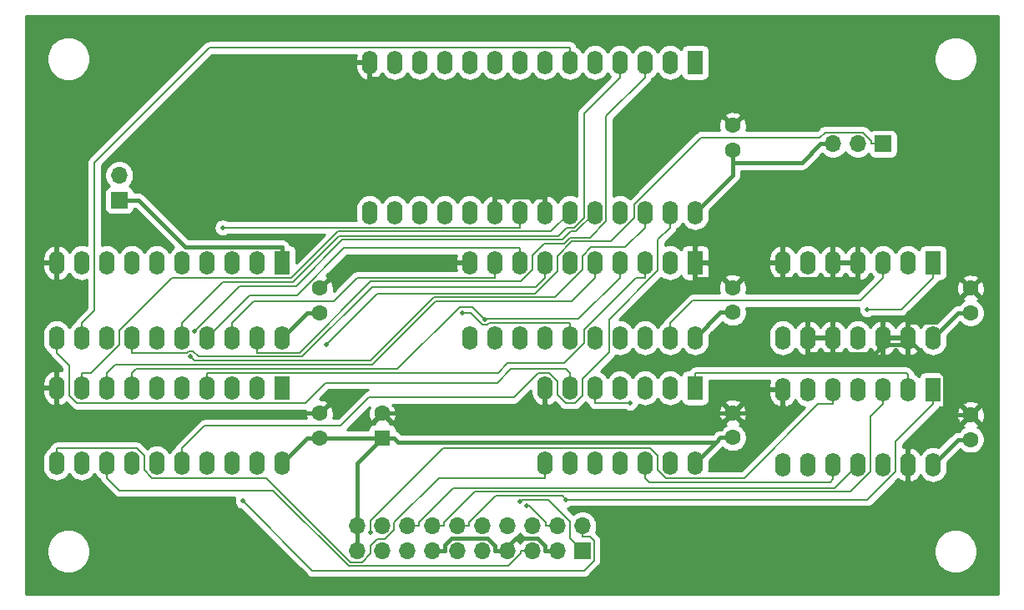
<source format=gtl>
G04 #@! TF.GenerationSoftware,KiCad,Pcbnew,(5.1.9)-1*
G04 #@! TF.CreationDate,2025-08-03T17:29:21+09:00*
G04 #@! TF.ProjectId,PASOPIA7_SD_ROM,5041534f-5049-4413-975f-53445f524f4d,rev?*
G04 #@! TF.SameCoordinates,PX53920b0PY93c3260*
G04 #@! TF.FileFunction,Copper,L1,Top*
G04 #@! TF.FilePolarity,Positive*
%FSLAX46Y46*%
G04 Gerber Fmt 4.6, Leading zero omitted, Abs format (unit mm)*
G04 Created by KiCad (PCBNEW (5.1.9)-1) date 2025-08-03 17:29:21*
%MOMM*%
%LPD*%
G01*
G04 APERTURE LIST*
G04 #@! TA.AperFunction,ComponentPad*
%ADD10R,1.600000X1.600000*%
G04 #@! TD*
G04 #@! TA.AperFunction,ComponentPad*
%ADD11C,1.600000*%
G04 #@! TD*
G04 #@! TA.AperFunction,ComponentPad*
%ADD12R,1.600000X2.400000*%
G04 #@! TD*
G04 #@! TA.AperFunction,ComponentPad*
%ADD13O,1.600000X2.400000*%
G04 #@! TD*
G04 #@! TA.AperFunction,ComponentPad*
%ADD14R,1.700000X1.700000*%
G04 #@! TD*
G04 #@! TA.AperFunction,ComponentPad*
%ADD15O,1.700000X1.700000*%
G04 #@! TD*
G04 #@! TA.AperFunction,ViaPad*
%ADD16C,0.500000*%
G04 #@! TD*
G04 #@! TA.AperFunction,Conductor*
%ADD17C,0.400000*%
G04 #@! TD*
G04 #@! TA.AperFunction,Conductor*
%ADD18C,0.200000*%
G04 #@! TD*
G04 #@! TA.AperFunction,Conductor*
%ADD19C,0.254000*%
G04 #@! TD*
G04 #@! TA.AperFunction,Conductor*
%ADD20C,0.100000*%
G04 #@! TD*
G04 APERTURE END LIST*
D10*
X36830000Y16510000D03*
D11*
X36830000Y19010000D03*
X96520000Y18870000D03*
X96520000Y16370000D03*
X72390000Y16550000D03*
X72390000Y19050000D03*
X96520000Y31710000D03*
X96520000Y29210000D03*
D12*
X92710000Y21430000D03*
D13*
X77470000Y13810000D03*
X90170000Y21430000D03*
X80010000Y13810000D03*
X87630000Y21430000D03*
X82550000Y13810000D03*
X85090000Y21430000D03*
X85090000Y13810000D03*
X82550000Y21430000D03*
X87630000Y13810000D03*
X80010000Y21430000D03*
X90170000Y13810000D03*
X77470000Y21430000D03*
X92710000Y13810000D03*
D11*
X30480000Y19010000D03*
X30480000Y16510000D03*
X30480000Y29210000D03*
X30480000Y31710000D03*
X72390000Y31750000D03*
X72390000Y29250000D03*
X72390000Y45720000D03*
X72390000Y48220000D03*
D14*
X87630000Y46355000D03*
D15*
X85090000Y46355000D03*
X82550000Y46355000D03*
D13*
X68580000Y13970000D03*
X53340000Y21590000D03*
X66040000Y13970000D03*
X55880000Y21590000D03*
X63500000Y13970000D03*
X58420000Y21590000D03*
X60960000Y13970000D03*
X60960000Y21590000D03*
X58420000Y13970000D03*
X63500000Y21590000D03*
X55880000Y13970000D03*
X66040000Y21590000D03*
X53340000Y13970000D03*
D12*
X68580000Y21590000D03*
X26670000Y21590000D03*
D13*
X3810000Y13970000D03*
X24130000Y21590000D03*
X6350000Y13970000D03*
X21590000Y21590000D03*
X8890000Y13970000D03*
X19050000Y21590000D03*
X11430000Y13970000D03*
X16510000Y21590000D03*
X13970000Y13970000D03*
X13970000Y21590000D03*
X16510000Y13970000D03*
X11430000Y21590000D03*
X19050000Y13970000D03*
X8890000Y21590000D03*
X21590000Y13970000D03*
X6350000Y21590000D03*
X24130000Y13970000D03*
X3810000Y21590000D03*
X26670000Y13970000D03*
X26670000Y26670000D03*
X3810000Y34290000D03*
X24130000Y26670000D03*
X6350000Y34290000D03*
X21590000Y26670000D03*
X8890000Y34290000D03*
X19050000Y26670000D03*
X11430000Y34290000D03*
X16510000Y26670000D03*
X13970000Y34290000D03*
X13970000Y26670000D03*
X16510000Y34290000D03*
X11430000Y26670000D03*
X19050000Y34290000D03*
X8890000Y26670000D03*
X21590000Y34290000D03*
X6350000Y26670000D03*
X24130000Y34290000D03*
X3810000Y26670000D03*
D12*
X26670000Y34290000D03*
X68580000Y54610000D03*
D13*
X35560000Y39370000D03*
X66040000Y54610000D03*
X38100000Y39370000D03*
X63500000Y54610000D03*
X40640000Y39370000D03*
X60960000Y54610000D03*
X43180000Y39370000D03*
X58420000Y54610000D03*
X45720000Y39370000D03*
X55880000Y54610000D03*
X48260000Y39370000D03*
X53340000Y54610000D03*
X50800000Y39370000D03*
X50800000Y54610000D03*
X53340000Y39370000D03*
X48260000Y54610000D03*
X55880000Y39370000D03*
X45720000Y54610000D03*
X58420000Y39370000D03*
X43180000Y54610000D03*
X60960000Y39370000D03*
X40640000Y54610000D03*
X63500000Y39370000D03*
X38100000Y54610000D03*
X66040000Y39370000D03*
X35560000Y54610000D03*
X68580000Y39370000D03*
D12*
X68580000Y34290000D03*
D13*
X45720000Y26670000D03*
X66040000Y34290000D03*
X48260000Y26670000D03*
X63500000Y34290000D03*
X50800000Y26670000D03*
X60960000Y34290000D03*
X53340000Y26670000D03*
X58420000Y34290000D03*
X55880000Y26670000D03*
X55880000Y34290000D03*
X58420000Y26670000D03*
X53340000Y34290000D03*
X60960000Y26670000D03*
X50800000Y34290000D03*
X63500000Y26670000D03*
X48260000Y34290000D03*
X66040000Y26670000D03*
X45720000Y34290000D03*
X68580000Y26670000D03*
D12*
X92710000Y34290000D03*
D13*
X77470000Y26670000D03*
X90170000Y34290000D03*
X80010000Y26670000D03*
X87630000Y34290000D03*
X82550000Y26670000D03*
X85090000Y34290000D03*
X85090000Y26670000D03*
X82550000Y34290000D03*
X87630000Y26670000D03*
X80010000Y34290000D03*
X90170000Y26670000D03*
X77470000Y34290000D03*
X92710000Y26670000D03*
D14*
X57150000Y5080000D03*
D15*
X57150000Y7620000D03*
X54610000Y5080000D03*
X54610000Y7620000D03*
X52070000Y5080000D03*
X52070000Y7620000D03*
X49530000Y5080000D03*
X49530000Y7620000D03*
X46990000Y5080000D03*
X46990000Y7620000D03*
X44450000Y5080000D03*
X44450000Y7620000D03*
X41910000Y5080000D03*
X41910000Y7620000D03*
X39370000Y5080000D03*
X39370000Y7620000D03*
X36830000Y5080000D03*
X36830000Y7620000D03*
X34290000Y5080000D03*
X34290000Y7620000D03*
D14*
X10160000Y40640000D03*
D15*
X10160000Y43180000D03*
D16*
X86029500Y29578200D03*
X61960400Y20089700D03*
X50831200Y10083500D03*
X22705000Y10114200D03*
X51523900Y9674200D03*
X47248000Y28533200D03*
X55494300Y10252100D03*
X35627500Y6960000D03*
X17780000Y27358600D03*
X17390500Y24765300D03*
X20638800Y37869700D03*
X44936300Y29226100D03*
X31132800Y25988900D03*
D17*
X36830000Y16510000D02*
X38030300Y16510000D01*
X70720300Y16110300D02*
X38430000Y16110300D01*
X38430000Y16110300D02*
X38030300Y16510000D01*
X70720300Y16110300D02*
X68580000Y13970000D01*
X72390000Y16550000D02*
X71160000Y16550000D01*
X71160000Y16550000D02*
X70720300Y16110300D01*
X82550000Y46355000D02*
X81299700Y46355000D01*
X72390000Y44450000D02*
X79394700Y44450000D01*
X79394700Y44450000D02*
X81299700Y46355000D01*
X72390000Y44450000D02*
X72390000Y43180000D01*
X72390000Y43180000D02*
X68580000Y39370000D01*
X72390000Y45720000D02*
X72390000Y44450000D01*
X30480000Y16510000D02*
X36830000Y16510000D01*
X96520000Y16370000D02*
X95270000Y16370000D01*
X95270000Y16370000D02*
X92710000Y13810000D01*
X96520000Y29210000D02*
X95250000Y29210000D01*
X95250000Y29210000D02*
X92710000Y26670000D01*
X72390000Y29250000D02*
X71160000Y29250000D01*
X71160000Y29250000D02*
X68580000Y26670000D01*
X34290000Y7620000D02*
X34290000Y13970000D01*
X34290000Y13970000D02*
X36830000Y16510000D01*
X34290000Y5080000D02*
X34290000Y7620000D01*
X30480000Y16510000D02*
X29210000Y16510000D01*
X29210000Y16510000D02*
X26670000Y13970000D01*
X30480000Y29210000D02*
X29210000Y29210000D01*
X29210000Y29210000D02*
X26670000Y26670000D01*
X12090600Y40640000D02*
X10160000Y40640000D01*
X16840300Y35890300D02*
X12090600Y40640000D01*
X26670000Y35890300D02*
X16840300Y35890300D01*
X26670000Y34290000D02*
X26670000Y35890300D01*
X77470000Y21430000D02*
X77470000Y19829700D01*
X72390000Y19050000D02*
X76690300Y19050000D01*
X76690300Y19050000D02*
X77470000Y19829700D01*
X53340000Y19989700D02*
X54279700Y19050000D01*
X54279700Y19050000D02*
X72390000Y19050000D01*
X93910400Y18870000D02*
X93629700Y18870000D01*
X93629700Y18870000D02*
X90170000Y15410300D01*
X96520000Y18870000D02*
X93910400Y18870000D01*
X90170000Y25944800D02*
X90782600Y25944800D01*
X90782600Y25944800D02*
X93910400Y22817000D01*
X93910400Y22817000D02*
X93910400Y18870000D01*
X90170000Y26090700D02*
X90170000Y25944800D01*
X90170000Y26236500D02*
X90170000Y26090700D01*
X35560000Y54610000D02*
X35560000Y53009700D01*
X35560000Y53009700D02*
X36220600Y53009700D01*
X36220600Y53009700D02*
X48260000Y40970300D01*
X53340000Y39370000D02*
X53340000Y40970300D01*
X48260000Y39370000D02*
X48260000Y40970300D01*
X48260000Y40970300D02*
X53340000Y40970300D01*
X3810000Y21590000D02*
X3810000Y19989700D01*
X30480000Y19010000D02*
X4789700Y19010000D01*
X4789700Y19010000D02*
X3810000Y19989700D01*
X30480000Y31710000D02*
X33060000Y34290000D01*
X33060000Y34290000D02*
X45720000Y34290000D01*
X77470000Y32689700D02*
X82550000Y32689700D01*
X72390000Y31750000D02*
X73329700Y32689700D01*
X73329700Y32689700D02*
X77470000Y32689700D01*
X85090000Y34290000D02*
X85090000Y32689700D01*
X82550000Y34290000D02*
X82550000Y32689700D01*
X82550000Y32689700D02*
X85090000Y32689700D01*
X36830000Y19010000D02*
X52360300Y19010000D01*
X52360300Y19010000D02*
X53340000Y19989700D01*
X53340000Y21590000D02*
X53340000Y19989700D01*
X82550000Y25069700D02*
X86754900Y25069700D01*
X86754900Y25069700D02*
X87630000Y25944800D01*
X82550000Y25219800D02*
X82550000Y25069700D01*
X82550000Y26670000D02*
X82550000Y25219800D01*
X80010000Y26670000D02*
X80010000Y25069700D01*
X80010000Y25069700D02*
X82550000Y25069700D01*
X90170000Y26670000D02*
X90170000Y28270300D01*
X90170000Y28270300D02*
X93080300Y28270300D01*
X93080300Y28270300D02*
X96520000Y31710000D01*
X90170000Y26236500D02*
X90170000Y26670000D01*
X87630000Y26670000D02*
X87630000Y25944800D01*
X90170000Y25944800D02*
X87630000Y25944800D01*
X68580000Y34290000D02*
X68580000Y32689700D01*
X68580000Y32689700D02*
X71450300Y32689700D01*
X71450300Y32689700D02*
X72390000Y31750000D01*
X77470000Y34290000D02*
X77470000Y32689700D01*
X90170000Y13810000D02*
X90170000Y15410300D01*
X54610000Y5080000D02*
X53359700Y5080000D01*
X49091600Y5080000D02*
X50361600Y6350000D01*
X50361600Y6350000D02*
X52607800Y6350000D01*
X52607800Y6350000D02*
X53359700Y5598100D01*
X53359700Y5598100D02*
X53359700Y5080000D01*
X49530000Y5080000D02*
X49091600Y5080000D01*
X48904900Y5080000D02*
X48279700Y5080000D01*
X48904900Y5080000D02*
X49091600Y5080000D01*
X41910000Y5080000D02*
X43160300Y5080000D01*
X43160300Y5080000D02*
X43160300Y5627000D01*
X43160300Y5627000D02*
X43883300Y6350000D01*
X43883300Y6350000D02*
X47527800Y6350000D01*
X47527800Y6350000D02*
X48279700Y5598100D01*
X48279700Y5598100D02*
X48279700Y5080000D01*
D18*
X90170000Y21430000D02*
X90170000Y22930300D01*
X68580000Y21590000D02*
X68580000Y23090300D01*
X68580000Y23090300D02*
X90010000Y23090300D01*
X90010000Y23090300D02*
X90170000Y22930300D01*
X92710000Y34290000D02*
X92710000Y32789700D01*
X92710000Y32789700D02*
X89498500Y29578200D01*
X89498500Y29578200D02*
X86029500Y29578200D01*
X82550000Y13810000D02*
X82550000Y12309700D01*
X63500000Y13970000D02*
X63500000Y12469700D01*
X63500000Y12469700D02*
X63943000Y12026700D01*
X63943000Y12026700D02*
X82267000Y12026700D01*
X82267000Y12026700D02*
X82550000Y12309700D01*
X58420000Y20089700D02*
X61960400Y20089700D01*
X58420000Y21590000D02*
X58420000Y20089700D01*
X21590000Y26670000D02*
X21590000Y28170300D01*
X48260000Y34290000D02*
X48260000Y32789700D01*
X48260000Y32789700D02*
X34290800Y32789700D01*
X34290800Y32789700D02*
X31902700Y30401600D01*
X31902700Y30401600D02*
X23821300Y30401600D01*
X23821300Y30401600D02*
X21590000Y28170300D01*
X57150000Y5080000D02*
X55880000Y6350000D01*
X55880000Y6350000D02*
X55880000Y8050000D01*
X55880000Y8050000D02*
X53677900Y10252100D01*
X53677900Y10252100D02*
X50999800Y10252100D01*
X50999800Y10252100D02*
X50831200Y10083500D01*
X50800000Y34290000D02*
X50800000Y35790300D01*
X19050000Y26670000D02*
X23390200Y31010200D01*
X23390200Y31010200D02*
X28163900Y31010200D01*
X28163900Y31010200D02*
X32944000Y35790300D01*
X32944000Y35790300D02*
X50800000Y35790300D01*
X57150000Y7620000D02*
X57150000Y6469700D01*
X57150000Y6469700D02*
X57940800Y6469700D01*
X57940800Y6469700D02*
X58300400Y6110100D01*
X58300400Y6110100D02*
X58300400Y4088300D01*
X58300400Y4088300D02*
X57287100Y3075000D01*
X57287100Y3075000D02*
X29744200Y3075000D01*
X29744200Y3075000D02*
X22705000Y10114200D01*
X11430000Y25169700D02*
X17016700Y25169700D01*
X17016700Y25169700D02*
X17162600Y25315600D01*
X17162600Y25315600D02*
X17618500Y25315600D01*
X17618500Y25315600D02*
X18174600Y24759500D01*
X18174600Y24759500D02*
X28706800Y24759500D01*
X28706800Y24759500D02*
X35792000Y31844700D01*
X35792000Y31844700D02*
X52395000Y31844700D01*
X52395000Y31844700D02*
X53340000Y32789700D01*
X51523900Y9674200D02*
X51724200Y9674200D01*
X51724200Y9674200D02*
X53459700Y7938700D01*
X53459700Y7938700D02*
X53459700Y7620000D01*
X54610000Y7620000D02*
X53459700Y7620000D01*
X11430000Y26670000D02*
X11430000Y25169700D01*
X53340000Y34290000D02*
X53340000Y32789700D01*
X8890000Y13970000D02*
X8890000Y12469700D01*
X52070000Y5080000D02*
X50919700Y5080000D01*
X50919700Y5080000D02*
X50919700Y4792400D01*
X50919700Y4792400D02*
X49648000Y3520700D01*
X49648000Y3520700D02*
X33430800Y3520700D01*
X33430800Y3520700D02*
X25767000Y11184500D01*
X25767000Y11184500D02*
X10175200Y11184500D01*
X10175200Y11184500D02*
X8890000Y12469700D01*
X58420000Y32789700D02*
X56018100Y30387800D01*
X56018100Y30387800D02*
X42262800Y30387800D01*
X42262800Y30387800D02*
X35833900Y23958900D01*
X35833900Y23958900D02*
X9758600Y23958900D01*
X9758600Y23958900D02*
X8890000Y23090300D01*
X8890000Y21590000D02*
X8890000Y23090300D01*
X58420000Y34290000D02*
X58420000Y32789700D01*
X11430000Y21590000D02*
X11430000Y23090300D01*
X11430000Y23090300D02*
X11830400Y23490700D01*
X11830400Y23490700D02*
X38367700Y23490700D01*
X38367700Y23490700D02*
X44685100Y29808100D01*
X44685100Y29808100D02*
X45973100Y29808100D01*
X45973100Y29808100D02*
X47248000Y28533200D01*
X60960000Y34290000D02*
X60960000Y32789700D01*
X47248000Y28533200D02*
X47285500Y28570700D01*
X47285500Y28570700D02*
X56741000Y28570700D01*
X56741000Y28570700D02*
X60960000Y32789700D01*
X63500000Y32789700D02*
X62562300Y32789700D01*
X62562300Y32789700D02*
X57319600Y27547000D01*
X57319600Y27547000D02*
X57319600Y26152700D01*
X57319600Y26152700D02*
X55257700Y24090800D01*
X55257700Y24090800D02*
X49576700Y24090800D01*
X49576700Y24090800D02*
X48576200Y23090300D01*
X48576200Y23090300D02*
X19050000Y23090300D01*
X19050000Y21590000D02*
X19050000Y23090300D01*
X63500000Y34290000D02*
X63500000Y32789700D01*
X55494300Y10252100D02*
X55094000Y10652400D01*
X55094000Y10652400D02*
X48345100Y10652400D01*
X48345100Y10652400D02*
X45600300Y7907600D01*
X45600300Y7907600D02*
X45600300Y7620000D01*
X92710000Y21430000D02*
X92710000Y19929700D01*
X55494300Y10252100D02*
X86064700Y10252100D01*
X86064700Y10252100D02*
X88900000Y13087400D01*
X88900000Y13087400D02*
X88900000Y16119700D01*
X88900000Y16119700D02*
X92710000Y19929700D01*
X44450000Y7620000D02*
X45600300Y7620000D01*
X87630000Y19929700D02*
X86360000Y18659700D01*
X86360000Y18659700D02*
X86360000Y13116500D01*
X86360000Y13116500D02*
X84296200Y11052700D01*
X84296200Y11052700D02*
X46205400Y11052700D01*
X46205400Y11052700D02*
X43060300Y7907600D01*
X43060300Y7907600D02*
X43060300Y7620000D01*
X87630000Y21430000D02*
X87630000Y19929700D01*
X41910000Y7620000D02*
X43060300Y7620000D01*
X82550000Y19929700D02*
X81049700Y19929700D01*
X81049700Y19929700D02*
X73547100Y12427100D01*
X73547100Y12427100D02*
X65604900Y12427100D01*
X65604900Y12427100D02*
X64770000Y13262000D01*
X64770000Y13262000D02*
X64770000Y14698900D01*
X64770000Y14698900D02*
X63998500Y15470400D01*
X63998500Y15470400D02*
X43008900Y15470400D01*
X43008900Y15470400D02*
X35627500Y8089000D01*
X35627500Y8089000D02*
X35627500Y6960000D01*
X82550000Y21430000D02*
X82550000Y19929700D01*
X85090000Y13810000D02*
X82733000Y11453000D01*
X82733000Y11453000D02*
X44065700Y11453000D01*
X44065700Y11453000D02*
X40520300Y7907600D01*
X40520300Y7907600D02*
X40520300Y7620000D01*
X39370000Y7620000D02*
X40520300Y7620000D01*
X87630000Y34290000D02*
X87630000Y32789700D01*
X66040000Y26670000D02*
X66040000Y28170300D01*
X66040000Y28170300D02*
X68349700Y30480000D01*
X68349700Y30480000D02*
X85320300Y30480000D01*
X85320300Y30480000D02*
X87630000Y32789700D01*
X55880000Y23090300D02*
X55479700Y23490600D01*
X55479700Y23490600D02*
X49874400Y23490600D01*
X49874400Y23490600D02*
X48492200Y22108400D01*
X48492200Y22108400D02*
X31072800Y22108400D01*
X31072800Y22108400D02*
X29017000Y20052600D01*
X29017000Y20052600D02*
X5863800Y20052600D01*
X5863800Y20052600D02*
X5080000Y20836400D01*
X5080000Y20836400D02*
X5080000Y23899700D01*
X5080000Y23899700D02*
X3810000Y25169700D01*
X55880000Y21590000D02*
X55880000Y23090300D01*
X3810000Y26670000D02*
X3810000Y25169700D01*
X53340000Y12469700D02*
X42564500Y12469700D01*
X42564500Y12469700D02*
X38023300Y7928500D01*
X38023300Y7928500D02*
X38023300Y7185200D01*
X38023300Y7185200D02*
X37068400Y6230300D01*
X37068400Y6230300D02*
X36353500Y6230300D01*
X36353500Y6230300D02*
X35679700Y5556500D01*
X35679700Y5556500D02*
X35679700Y4795000D01*
X35679700Y4795000D02*
X34807100Y3922400D01*
X34807100Y3922400D02*
X33595400Y3922400D01*
X33595400Y3922400D02*
X25048100Y12469700D01*
X25048100Y12469700D02*
X13490100Y12469700D01*
X13490100Y12469700D02*
X12700000Y13259800D01*
X12700000Y13259800D02*
X12700000Y14711000D01*
X12700000Y14711000D02*
X11940700Y15470300D01*
X11940700Y15470300D02*
X3810000Y15470300D01*
X53340000Y13970000D02*
X53340000Y12469700D01*
X3810000Y13970000D02*
X3810000Y15470300D01*
X58420000Y39370000D02*
X56519200Y37469200D01*
X56519200Y37469200D02*
X55952900Y37469200D01*
X55952900Y37469200D02*
X55099200Y36615500D01*
X55099200Y36615500D02*
X32802600Y36615500D01*
X32802600Y36615500D02*
X28119700Y31932600D01*
X28119700Y31932600D02*
X22354000Y31932600D01*
X22354000Y31932600D02*
X17780000Y27358600D01*
X63500000Y37869700D02*
X61498500Y35868200D01*
X61498500Y35868200D02*
X58036600Y35868200D01*
X58036600Y35868200D02*
X57150000Y34981600D01*
X57150000Y34981600D02*
X57150000Y33603300D01*
X57150000Y33603300D02*
X54334800Y30788100D01*
X54334800Y30788100D02*
X42097000Y30788100D01*
X42097000Y30788100D02*
X35668100Y24359200D01*
X35668100Y24359200D02*
X17796600Y24359200D01*
X17796600Y24359200D02*
X17390500Y24765300D01*
X63500000Y39370000D02*
X63500000Y37869700D01*
X50800000Y39370000D02*
X50800000Y37869700D01*
X50800000Y37869700D02*
X20638800Y37869700D01*
X16510000Y13970000D02*
X16510000Y15470300D01*
X66040000Y39370000D02*
X66040000Y37869700D01*
X66040000Y37869700D02*
X64815400Y36645100D01*
X64815400Y36645100D02*
X64815400Y33479200D01*
X64815400Y33479200D02*
X59840900Y28504700D01*
X59840900Y28504700D02*
X59840900Y25211100D01*
X59840900Y25211100D02*
X57150000Y22520200D01*
X57150000Y22520200D02*
X57150000Y20858800D01*
X57150000Y20858800D02*
X56378500Y20087300D01*
X56378500Y20087300D02*
X55425800Y20087300D01*
X55425800Y20087300D02*
X54610000Y20903100D01*
X54610000Y20903100D02*
X54610000Y22276500D01*
X54610000Y22276500D02*
X53796200Y23090300D01*
X53796200Y23090300D02*
X52640000Y23090300D01*
X52640000Y23090300D02*
X50195300Y20645600D01*
X50195300Y20645600D02*
X35523800Y20645600D01*
X35523800Y20645600D02*
X32638200Y17760000D01*
X32638200Y17760000D02*
X18799700Y17760000D01*
X18799700Y17760000D02*
X16510000Y15470300D01*
X55880000Y39370000D02*
X53974700Y37464700D01*
X53974700Y37464700D02*
X32353800Y37464700D01*
X32353800Y37464700D02*
X27622500Y32733400D01*
X27622500Y32733400D02*
X15502200Y32733400D01*
X15502200Y32733400D02*
X10160000Y27391200D01*
X10160000Y27391200D02*
X10160000Y25962600D01*
X10160000Y25962600D02*
X7287700Y23090300D01*
X7287700Y23090300D02*
X6350000Y23090300D01*
X6350000Y21590000D02*
X6350000Y23090300D01*
X24130000Y25169700D02*
X28473700Y25169700D01*
X28473700Y25169700D02*
X35693300Y32389300D01*
X35693300Y32389300D02*
X50897300Y32389300D01*
X50897300Y32389300D02*
X52070000Y33562000D01*
X52070000Y33562000D02*
X52070000Y35018900D01*
X52070000Y35018900D02*
X53266200Y36215100D01*
X53266200Y36215100D02*
X55265100Y36215100D01*
X55265100Y36215100D02*
X55892500Y36842500D01*
X55892500Y36842500D02*
X57902800Y36842500D01*
X57902800Y36842500D02*
X59559500Y38499200D01*
X59559500Y38499200D02*
X59559500Y49169200D01*
X59559500Y49169200D02*
X63500000Y53109700D01*
X24130000Y26670000D02*
X24130000Y25169700D01*
X63500000Y54610000D02*
X63500000Y53109700D01*
X60960000Y53109700D02*
X57291700Y49441400D01*
X57291700Y49441400D02*
X57291700Y38822900D01*
X57291700Y38822900D02*
X56338400Y37869600D01*
X56338400Y37869600D02*
X55559100Y37869600D01*
X55559100Y37869600D02*
X54705400Y37015900D01*
X54705400Y37015900D02*
X32471100Y37015900D01*
X32471100Y37015900D02*
X27788200Y32333000D01*
X27788200Y32333000D02*
X20672700Y32333000D01*
X20672700Y32333000D02*
X16510000Y28170300D01*
X16510000Y26670000D02*
X16510000Y28170300D01*
X60960000Y54610000D02*
X60960000Y53109700D01*
X6350000Y28170300D02*
X6350000Y26670000D01*
X7620000Y29440300D02*
X6350000Y28170300D01*
X7620000Y44450000D02*
X7620000Y29440300D01*
X19280300Y56110300D02*
X7620000Y44450000D01*
X55880000Y56110300D02*
X19280300Y56110300D01*
X55880000Y54610000D02*
X55880000Y56110300D01*
X44936300Y29226100D02*
X45776900Y29226100D01*
X45776900Y29226100D02*
X47020100Y27982900D01*
X47020100Y27982900D02*
X47476000Y27982900D01*
X47476000Y27982900D02*
X47663400Y28170300D01*
X47663400Y28170300D02*
X55880000Y28170300D01*
X55880000Y26670000D02*
X55880000Y28170300D01*
X31132800Y25988900D02*
X36332300Y31188400D01*
X36332300Y31188400D02*
X52324400Y31188400D01*
X52324400Y31188400D02*
X54610000Y33474000D01*
X54610000Y33474000D02*
X54610000Y34976900D01*
X54610000Y34976900D02*
X56075300Y36442200D01*
X56075300Y36442200D02*
X60006000Y36442200D01*
X60006000Y36442200D02*
X62399600Y38835800D01*
X62399600Y38835800D02*
X62399600Y40228400D01*
X62399600Y40228400D02*
X69161200Y46990000D01*
X69161200Y46990000D02*
X81227000Y46990000D01*
X81227000Y46990000D02*
X81758200Y47521200D01*
X81758200Y47521200D02*
X85601100Y47521200D01*
X85601100Y47521200D02*
X86479700Y46642600D01*
X86479700Y46642600D02*
X86479700Y46355000D01*
X87630000Y46355000D02*
X86479700Y46355000D01*
D19*
X99340000Y660000D02*
X660000Y660000D01*
X660000Y5220128D01*
X2765000Y5220128D01*
X2765000Y4779872D01*
X2850890Y4348075D01*
X3019369Y3941331D01*
X3263962Y3575271D01*
X3575271Y3263962D01*
X3941331Y3019369D01*
X4348075Y2850890D01*
X4779872Y2765000D01*
X5220128Y2765000D01*
X5651925Y2850890D01*
X6058669Y3019369D01*
X6424729Y3263962D01*
X6736038Y3575271D01*
X6980631Y3941331D01*
X7149110Y4348075D01*
X7235000Y4779872D01*
X7235000Y5220128D01*
X7149110Y5651925D01*
X6980631Y6058669D01*
X6736038Y6424729D01*
X6424729Y6736038D01*
X6058669Y6980631D01*
X5651925Y7149110D01*
X5220128Y7235000D01*
X4779872Y7235000D01*
X4348075Y7149110D01*
X3941331Y6980631D01*
X3575271Y6736038D01*
X3263962Y6424729D01*
X3019369Y6058669D01*
X2850890Y5651925D01*
X2765000Y5220128D01*
X660000Y5220128D01*
X660000Y21463000D01*
X2375000Y21463000D01*
X2375000Y21063000D01*
X2427350Y20785486D01*
X2532834Y20523517D01*
X2687399Y20287161D01*
X2885105Y20085500D01*
X3118354Y19926285D01*
X3378182Y19815633D01*
X3460961Y19798096D01*
X3683000Y19920085D01*
X3683000Y21463000D01*
X2375000Y21463000D01*
X660000Y21463000D01*
X660000Y22117000D01*
X2375000Y22117000D01*
X2375000Y21717000D01*
X3683000Y21717000D01*
X3683000Y23259915D01*
X3460961Y23381904D01*
X3378182Y23364367D01*
X3118354Y23253715D01*
X2885105Y23094500D01*
X2687399Y22892839D01*
X2532834Y22656483D01*
X2427350Y22394514D01*
X2375000Y22117000D01*
X660000Y22117000D01*
X660000Y27140492D01*
X2375000Y27140492D01*
X2375000Y26199509D01*
X2395764Y25988692D01*
X2477818Y25718193D01*
X2611068Y25468900D01*
X2790392Y25250393D01*
X3008899Y25071068D01*
X3085174Y25030298D01*
X3085635Y25025615D01*
X3127664Y24887067D01*
X3195914Y24759380D01*
X3287763Y24647462D01*
X3315807Y24624447D01*
X4345001Y23595252D01*
X4345001Y23320425D01*
X4241818Y23364367D01*
X4159039Y23381904D01*
X3937000Y23259915D01*
X3937000Y21717000D01*
X3957000Y21717000D01*
X3957000Y21463000D01*
X3937000Y21463000D01*
X3937000Y19920085D01*
X4159039Y19798096D01*
X4241818Y19815633D01*
X4501646Y19926285D01*
X4734895Y20085500D01*
X4762894Y20114059D01*
X5318546Y19558407D01*
X5341562Y19530362D01*
X5369606Y19507347D01*
X5453480Y19438513D01*
X5581166Y19370263D01*
X5719715Y19328235D01*
X5863800Y19314044D01*
X5899905Y19317600D01*
X28980895Y19317600D01*
X29017000Y19314044D01*
X29053105Y19317600D01*
X29078332Y19320085D01*
X29053700Y19221816D01*
X29039783Y18939488D01*
X29081213Y18659870D01*
X29140173Y18495000D01*
X18835805Y18495000D01*
X18799700Y18498556D01*
X18763595Y18495000D01*
X18655615Y18484365D01*
X18517067Y18442337D01*
X18389380Y18374087D01*
X18277462Y18282238D01*
X18254446Y18254193D01*
X16015808Y16015554D01*
X15987763Y15992538D01*
X15895914Y15880620D01*
X15857403Y15808570D01*
X15827664Y15752933D01*
X15785635Y15614385D01*
X15785174Y15609701D01*
X15708900Y15568932D01*
X15490393Y15389608D01*
X15311068Y15171101D01*
X15240000Y15038142D01*
X15168932Y15171101D01*
X14989608Y15389608D01*
X14771101Y15568932D01*
X14521808Y15702182D01*
X14251309Y15784236D01*
X13970000Y15811943D01*
X13688692Y15784236D01*
X13418193Y15702182D01*
X13168900Y15568932D01*
X13011055Y15439392D01*
X12485958Y15964488D01*
X12462938Y15992538D01*
X12351020Y16084387D01*
X12223333Y16152637D01*
X12084785Y16194665D01*
X11976805Y16205300D01*
X11940700Y16208856D01*
X11904595Y16205300D01*
X3846105Y16205300D01*
X3810000Y16208856D01*
X3773895Y16205300D01*
X3665915Y16194665D01*
X3527367Y16152637D01*
X3399680Y16084387D01*
X3287762Y15992538D01*
X3195913Y15880620D01*
X3127663Y15752933D01*
X3085635Y15614385D01*
X3085174Y15609701D01*
X3008900Y15568932D01*
X2790393Y15389608D01*
X2611068Y15171101D01*
X2477818Y14921808D01*
X2395764Y14651309D01*
X2375000Y14440492D01*
X2375000Y13499509D01*
X2395764Y13288692D01*
X2477818Y13018193D01*
X2611068Y12768900D01*
X2790392Y12550393D01*
X3008899Y12371068D01*
X3258192Y12237818D01*
X3528691Y12155764D01*
X3810000Y12128057D01*
X4091308Y12155764D01*
X4361807Y12237818D01*
X4611100Y12371068D01*
X4829607Y12550392D01*
X5008932Y12768899D01*
X5080000Y12901858D01*
X5151068Y12768900D01*
X5330392Y12550393D01*
X5548899Y12371068D01*
X5798192Y12237818D01*
X6068691Y12155764D01*
X6350000Y12128057D01*
X6631308Y12155764D01*
X6901807Y12237818D01*
X7151100Y12371068D01*
X7369607Y12550392D01*
X7548932Y12768899D01*
X7620000Y12901858D01*
X7691068Y12768900D01*
X7870392Y12550393D01*
X8088899Y12371068D01*
X8165174Y12330298D01*
X8165635Y12325615D01*
X8192269Y12237818D01*
X8207664Y12187067D01*
X8275914Y12059380D01*
X8367763Y11947462D01*
X8395807Y11924447D01*
X9629946Y10690307D01*
X9652962Y10662262D01*
X9764880Y10570413D01*
X9892567Y10502163D01*
X10031115Y10460135D01*
X10139095Y10449500D01*
X10139104Y10449500D01*
X10175199Y10445945D01*
X10211294Y10449500D01*
X21885969Y10449500D01*
X21854010Y10372345D01*
X21820000Y10201365D01*
X21820000Y10027035D01*
X21854010Y9856055D01*
X21920723Y9694995D01*
X22017576Y9550045D01*
X22140845Y9426776D01*
X22285795Y9329923D01*
X22446855Y9263210D01*
X22533848Y9245906D01*
X29198946Y2580807D01*
X29221962Y2552762D01*
X29333880Y2460913D01*
X29461567Y2392663D01*
X29558086Y2363384D01*
X29600114Y2350635D01*
X29614332Y2349235D01*
X29708095Y2340000D01*
X29708102Y2340000D01*
X29744199Y2336445D01*
X29780296Y2340000D01*
X57250995Y2340000D01*
X57287100Y2336444D01*
X57323205Y2340000D01*
X57431185Y2350635D01*
X57569733Y2392663D01*
X57697420Y2460913D01*
X57809338Y2552762D01*
X57832358Y2580812D01*
X58794593Y3543046D01*
X58822638Y3566062D01*
X58914487Y3677980D01*
X58968117Y3778315D01*
X58982737Y3805666D01*
X59024765Y3944215D01*
X59038956Y4088300D01*
X59035400Y4124405D01*
X59035400Y5220128D01*
X92765000Y5220128D01*
X92765000Y4779872D01*
X92850890Y4348075D01*
X93019369Y3941331D01*
X93263962Y3575271D01*
X93575271Y3263962D01*
X93941331Y3019369D01*
X94348075Y2850890D01*
X94779872Y2765000D01*
X95220128Y2765000D01*
X95651925Y2850890D01*
X96058669Y3019369D01*
X96424729Y3263962D01*
X96736038Y3575271D01*
X96980631Y3941331D01*
X97149110Y4348075D01*
X97235000Y4779872D01*
X97235000Y5220128D01*
X97149110Y5651925D01*
X96980631Y6058669D01*
X96736038Y6424729D01*
X96424729Y6736038D01*
X96058669Y6980631D01*
X95651925Y7149110D01*
X95220128Y7235000D01*
X94779872Y7235000D01*
X94348075Y7149110D01*
X93941331Y6980631D01*
X93575271Y6736038D01*
X93263962Y6424729D01*
X93019369Y6058669D01*
X92850890Y5651925D01*
X92765000Y5220128D01*
X59035400Y5220128D01*
X59035400Y6074006D01*
X59038955Y6110101D01*
X59035400Y6146196D01*
X59035400Y6146205D01*
X59024765Y6254185D01*
X58982737Y6392733D01*
X58914487Y6520420D01*
X58822637Y6632338D01*
X58794592Y6655354D01*
X58486059Y6963887D01*
X58485742Y6964274D01*
X58577932Y7186842D01*
X58635000Y7473740D01*
X58635000Y7766260D01*
X58577932Y8053158D01*
X58465990Y8323411D01*
X58303475Y8566632D01*
X58096632Y8773475D01*
X57853411Y8935990D01*
X57583158Y9047932D01*
X57296260Y9105000D01*
X57003740Y9105000D01*
X56716842Y9047932D01*
X56446589Y8935990D01*
X56203368Y8773475D01*
X56199670Y8769777D01*
X55598882Y9370564D01*
X55752445Y9401110D01*
X55913505Y9467823D01*
X55987253Y9517100D01*
X86028595Y9517100D01*
X86064700Y9513544D01*
X86100805Y9517100D01*
X86208785Y9527735D01*
X86347333Y9569763D01*
X86475020Y9638013D01*
X86586938Y9729862D01*
X86609959Y9757913D01*
X89201760Y12349713D01*
X89245105Y12305500D01*
X89478354Y12146285D01*
X89738182Y12035633D01*
X89820961Y12018096D01*
X90043000Y12140085D01*
X90043000Y13683000D01*
X90023000Y13683000D01*
X90023000Y13937000D01*
X90043000Y13937000D01*
X90043000Y15479915D01*
X90297000Y15479915D01*
X90297000Y13937000D01*
X90317000Y13937000D01*
X90317000Y13683000D01*
X90297000Y13683000D01*
X90297000Y12140085D01*
X90519039Y12018096D01*
X90601818Y12035633D01*
X90861646Y12146285D01*
X91094895Y12305500D01*
X91292601Y12507161D01*
X91442735Y12736742D01*
X91511068Y12608900D01*
X91690392Y12390393D01*
X91908899Y12211068D01*
X92158192Y12077818D01*
X92428691Y11995764D01*
X92710000Y11968057D01*
X92991308Y11995764D01*
X93261807Y12077818D01*
X93511100Y12211068D01*
X93729607Y12390392D01*
X93908932Y12608899D01*
X94042182Y12858192D01*
X94124236Y13128691D01*
X94145000Y13339508D01*
X94145000Y14064132D01*
X95470736Y15389868D01*
X95605241Y15255363D01*
X95840273Y15098320D01*
X96101426Y14990147D01*
X96378665Y14935000D01*
X96661335Y14935000D01*
X96938574Y14990147D01*
X97199727Y15098320D01*
X97434759Y15255363D01*
X97634637Y15455241D01*
X97791680Y15690273D01*
X97899853Y15951426D01*
X97955000Y16228665D01*
X97955000Y16511335D01*
X97899853Y16788574D01*
X97791680Y17049727D01*
X97634637Y17284759D01*
X97434759Y17484637D01*
X97234131Y17618692D01*
X97261514Y17633329D01*
X97333097Y17877298D01*
X96520000Y18690395D01*
X95706903Y17877298D01*
X95778486Y17633329D01*
X95807341Y17619676D01*
X95605241Y17484637D01*
X95405363Y17284759D01*
X95352070Y17205000D01*
X95311018Y17205000D01*
X95270000Y17209040D01*
X95228982Y17205000D01*
X95228981Y17205000D01*
X95106311Y17192918D01*
X95028911Y17169439D01*
X94948913Y17145172D01*
X94803854Y17067636D01*
X94747569Y17021444D01*
X94676709Y16963291D01*
X94650563Y16931432D01*
X93261429Y15542297D01*
X92991309Y15624236D01*
X92710000Y15651943D01*
X92428692Y15624236D01*
X92158193Y15542182D01*
X91908900Y15408932D01*
X91690393Y15229608D01*
X91511068Y15011101D01*
X91442735Y14883259D01*
X91292601Y15112839D01*
X91094895Y15314500D01*
X90861646Y15473715D01*
X90601818Y15584367D01*
X90519039Y15601904D01*
X90297000Y15479915D01*
X90043000Y15479915D01*
X89820961Y15601904D01*
X89738182Y15584367D01*
X89635000Y15540425D01*
X89635000Y15815254D01*
X92619234Y18799488D01*
X95079783Y18799488D01*
X95121213Y18519870D01*
X95216397Y18253708D01*
X95283329Y18128486D01*
X95527298Y18056903D01*
X96340395Y18870000D01*
X96699605Y18870000D01*
X97512702Y18056903D01*
X97756671Y18128486D01*
X97877571Y18383996D01*
X97946300Y18658184D01*
X97960217Y18940512D01*
X97918787Y19220130D01*
X97823603Y19486292D01*
X97756671Y19611514D01*
X97512702Y19683097D01*
X96699605Y18870000D01*
X96340395Y18870000D01*
X95527298Y19683097D01*
X95283329Y19611514D01*
X95162429Y19356004D01*
X95093700Y19081816D01*
X95079783Y18799488D01*
X92619234Y18799488D01*
X93204193Y19384446D01*
X93232238Y19407462D01*
X93324087Y19519380D01*
X93336203Y19542047D01*
X93362865Y19591928D01*
X93510000Y19591928D01*
X93634482Y19604188D01*
X93754180Y19640498D01*
X93864494Y19699463D01*
X93961185Y19778815D01*
X94030029Y19862702D01*
X95706903Y19862702D01*
X96520000Y19049605D01*
X97333097Y19862702D01*
X97261514Y20106671D01*
X97006004Y20227571D01*
X96731816Y20296300D01*
X96449488Y20310217D01*
X96169870Y20268787D01*
X95903708Y20173603D01*
X95778486Y20106671D01*
X95706903Y19862702D01*
X94030029Y19862702D01*
X94040537Y19875506D01*
X94099502Y19985820D01*
X94135812Y20105518D01*
X94148072Y20230000D01*
X94148072Y22630000D01*
X94135812Y22754482D01*
X94099502Y22874180D01*
X94040537Y22984494D01*
X93961185Y23081185D01*
X93864494Y23160537D01*
X93754180Y23219502D01*
X93634482Y23255812D01*
X93510000Y23268072D01*
X91910000Y23268072D01*
X91785518Y23255812D01*
X91665820Y23219502D01*
X91555506Y23160537D01*
X91458815Y23081185D01*
X91379463Y22984494D01*
X91320498Y22874180D01*
X91284188Y22754482D01*
X91282419Y22736518D01*
X91189608Y22849608D01*
X90971101Y23028932D01*
X90894826Y23069702D01*
X90894365Y23074385D01*
X90892577Y23080281D01*
X90876194Y23134287D01*
X90852337Y23212933D01*
X90784087Y23340620D01*
X90692238Y23452538D01*
X90664187Y23475559D01*
X90555259Y23584487D01*
X90532238Y23612538D01*
X90420320Y23704387D01*
X90292633Y23772637D01*
X90154085Y23814665D01*
X90046105Y23825300D01*
X90010000Y23828856D01*
X89973895Y23825300D01*
X68616105Y23825300D01*
X68580000Y23828856D01*
X68543895Y23825300D01*
X68435915Y23814665D01*
X68297367Y23772637D01*
X68169680Y23704387D01*
X68057762Y23612538D01*
X67965913Y23500620D01*
X67927135Y23428072D01*
X67780000Y23428072D01*
X67655518Y23415812D01*
X67535820Y23379502D01*
X67425506Y23320537D01*
X67328815Y23241185D01*
X67249463Y23144494D01*
X67190498Y23034180D01*
X67154188Y22914482D01*
X67152419Y22896518D01*
X67059608Y23009608D01*
X66841101Y23188932D01*
X66591808Y23322182D01*
X66321309Y23404236D01*
X66040000Y23431943D01*
X65758692Y23404236D01*
X65488193Y23322182D01*
X65238900Y23188932D01*
X65020393Y23009608D01*
X64841068Y22791101D01*
X64770000Y22658142D01*
X64698932Y22791101D01*
X64519608Y23009608D01*
X64301101Y23188932D01*
X64051808Y23322182D01*
X63781309Y23404236D01*
X63500000Y23431943D01*
X63218692Y23404236D01*
X62948193Y23322182D01*
X62698900Y23188932D01*
X62480393Y23009608D01*
X62301068Y22791101D01*
X62230000Y22658142D01*
X62158932Y22791101D01*
X61979608Y23009608D01*
X61761101Y23188932D01*
X61511808Y23322182D01*
X61241309Y23404236D01*
X60960000Y23431943D01*
X60678692Y23404236D01*
X60408193Y23322182D01*
X60158900Y23188932D01*
X59940393Y23009608D01*
X59761068Y22791101D01*
X59690000Y22658142D01*
X59618932Y22791101D01*
X59439608Y23009608D01*
X59221101Y23188932D01*
X58984594Y23315348D01*
X60335093Y24665846D01*
X60363138Y24688862D01*
X60454987Y24800780D01*
X60511487Y24906484D01*
X60678691Y24855764D01*
X60960000Y24828057D01*
X61241308Y24855764D01*
X61511807Y24937818D01*
X61761100Y25071068D01*
X61979607Y25250392D01*
X62158932Y25468899D01*
X62230000Y25601858D01*
X62301068Y25468900D01*
X62480392Y25250393D01*
X62698899Y25071068D01*
X62948192Y24937818D01*
X63218691Y24855764D01*
X63500000Y24828057D01*
X63781308Y24855764D01*
X64051807Y24937818D01*
X64301100Y25071068D01*
X64519607Y25250392D01*
X64698932Y25468899D01*
X64770000Y25601858D01*
X64841068Y25468900D01*
X65020392Y25250393D01*
X65238899Y25071068D01*
X65488192Y24937818D01*
X65758691Y24855764D01*
X66040000Y24828057D01*
X66321308Y24855764D01*
X66591807Y24937818D01*
X66841100Y25071068D01*
X67059607Y25250392D01*
X67238932Y25468899D01*
X67310000Y25601858D01*
X67381068Y25468900D01*
X67560392Y25250393D01*
X67778899Y25071068D01*
X68028192Y24937818D01*
X68298691Y24855764D01*
X68580000Y24828057D01*
X68861308Y24855764D01*
X69131807Y24937818D01*
X69381100Y25071068D01*
X69599607Y25250392D01*
X69778932Y25468899D01*
X69912182Y25718192D01*
X69994236Y25988691D01*
X70015000Y26199508D01*
X70015000Y26924133D01*
X70231359Y27140492D01*
X76035000Y27140492D01*
X76035000Y26199509D01*
X76055764Y25988692D01*
X76137818Y25718193D01*
X76271068Y25468900D01*
X76450392Y25250393D01*
X76668899Y25071068D01*
X76918192Y24937818D01*
X77188691Y24855764D01*
X77470000Y24828057D01*
X77751308Y24855764D01*
X78021807Y24937818D01*
X78271100Y25071068D01*
X78489607Y25250392D01*
X78668932Y25468899D01*
X78737265Y25596741D01*
X78887399Y25367161D01*
X79085105Y25165500D01*
X79318354Y25006285D01*
X79578182Y24895633D01*
X79660961Y24878096D01*
X79883000Y25000085D01*
X79883000Y26543000D01*
X80137000Y26543000D01*
X80137000Y25000085D01*
X80359039Y24878096D01*
X80441818Y24895633D01*
X80701646Y25006285D01*
X80934895Y25165500D01*
X81132601Y25367161D01*
X81280000Y25592559D01*
X81427399Y25367161D01*
X81625105Y25165500D01*
X81858354Y25006285D01*
X82118182Y24895633D01*
X82200961Y24878096D01*
X82423000Y25000085D01*
X82423000Y26543000D01*
X80137000Y26543000D01*
X79883000Y26543000D01*
X79863000Y26543000D01*
X79863000Y26797000D01*
X79883000Y26797000D01*
X79883000Y28339915D01*
X80137000Y28339915D01*
X80137000Y26797000D01*
X82423000Y26797000D01*
X82423000Y28339915D01*
X82677000Y28339915D01*
X82677000Y26797000D01*
X82697000Y26797000D01*
X82697000Y26543000D01*
X82677000Y26543000D01*
X82677000Y25000085D01*
X82899039Y24878096D01*
X82981818Y24895633D01*
X83241646Y25006285D01*
X83474895Y25165500D01*
X83672601Y25367161D01*
X83822735Y25596742D01*
X83891068Y25468900D01*
X84070392Y25250393D01*
X84288899Y25071068D01*
X84538192Y24937818D01*
X84808691Y24855764D01*
X85090000Y24828057D01*
X85371308Y24855764D01*
X85641807Y24937818D01*
X85891100Y25071068D01*
X86109607Y25250392D01*
X86288932Y25468899D01*
X86357265Y25596741D01*
X86507399Y25367161D01*
X86705105Y25165500D01*
X86938354Y25006285D01*
X87198182Y24895633D01*
X87280961Y24878096D01*
X87503000Y25000085D01*
X87503000Y26543000D01*
X87757000Y26543000D01*
X87757000Y25000085D01*
X87979039Y24878096D01*
X88061818Y24895633D01*
X88321646Y25006285D01*
X88554895Y25165500D01*
X88752601Y25367161D01*
X88900000Y25592559D01*
X89047399Y25367161D01*
X89245105Y25165500D01*
X89478354Y25006285D01*
X89738182Y24895633D01*
X89820961Y24878096D01*
X90043000Y25000085D01*
X90043000Y26543000D01*
X87757000Y26543000D01*
X87503000Y26543000D01*
X87483000Y26543000D01*
X87483000Y26797000D01*
X87503000Y26797000D01*
X87503000Y28339915D01*
X87757000Y28339915D01*
X87757000Y26797000D01*
X90043000Y26797000D01*
X90043000Y28339915D01*
X90297000Y28339915D01*
X90297000Y26797000D01*
X90317000Y26797000D01*
X90317000Y26543000D01*
X90297000Y26543000D01*
X90297000Y25000085D01*
X90519039Y24878096D01*
X90601818Y24895633D01*
X90861646Y25006285D01*
X91094895Y25165500D01*
X91292601Y25367161D01*
X91442735Y25596742D01*
X91511068Y25468900D01*
X91690392Y25250393D01*
X91908899Y25071068D01*
X92158192Y24937818D01*
X92428691Y24855764D01*
X92710000Y24828057D01*
X92991308Y24855764D01*
X93261807Y24937818D01*
X93511100Y25071068D01*
X93729607Y25250392D01*
X93908932Y25468899D01*
X94042182Y25718192D01*
X94124236Y25988691D01*
X94145000Y26199508D01*
X94145000Y26924133D01*
X95460736Y28239868D01*
X95605241Y28095363D01*
X95840273Y27938320D01*
X96101426Y27830147D01*
X96378665Y27775000D01*
X96661335Y27775000D01*
X96938574Y27830147D01*
X97199727Y27938320D01*
X97434759Y28095363D01*
X97634637Y28295241D01*
X97791680Y28530273D01*
X97899853Y28791426D01*
X97955000Y29068665D01*
X97955000Y29351335D01*
X97899853Y29628574D01*
X97791680Y29889727D01*
X97634637Y30124759D01*
X97434759Y30324637D01*
X97234131Y30458692D01*
X97261514Y30473329D01*
X97333097Y30717298D01*
X96520000Y31530395D01*
X95706903Y30717298D01*
X95778486Y30473329D01*
X95807341Y30459676D01*
X95605241Y30324637D01*
X95405363Y30124759D01*
X95352070Y30045000D01*
X95291007Y30045000D01*
X95249999Y30049039D01*
X95208991Y30045000D01*
X95208981Y30045000D01*
X95086311Y30032918D01*
X94928913Y29985172D01*
X94783854Y29907636D01*
X94656709Y29803291D01*
X94630559Y29771427D01*
X93261429Y28402297D01*
X92991309Y28484236D01*
X92710000Y28511943D01*
X92428692Y28484236D01*
X92158193Y28402182D01*
X91908900Y28268932D01*
X91690393Y28089608D01*
X91511068Y27871101D01*
X91442735Y27743259D01*
X91292601Y27972839D01*
X91094895Y28174500D01*
X90861646Y28333715D01*
X90601818Y28444367D01*
X90519039Y28461904D01*
X90297000Y28339915D01*
X90043000Y28339915D01*
X89820961Y28461904D01*
X89738182Y28444367D01*
X89478354Y28333715D01*
X89245105Y28174500D01*
X89047399Y27972839D01*
X88900000Y27747441D01*
X88752601Y27972839D01*
X88554895Y28174500D01*
X88321646Y28333715D01*
X88061818Y28444367D01*
X87979039Y28461904D01*
X87757000Y28339915D01*
X87503000Y28339915D01*
X87280961Y28461904D01*
X87198182Y28444367D01*
X86938354Y28333715D01*
X86705105Y28174500D01*
X86507399Y27972839D01*
X86357265Y27743259D01*
X86288932Y27871101D01*
X86109608Y28089608D01*
X85891101Y28268932D01*
X85641808Y28402182D01*
X85371309Y28484236D01*
X85090000Y28511943D01*
X84808692Y28484236D01*
X84538193Y28402182D01*
X84288900Y28268932D01*
X84070393Y28089608D01*
X83891068Y27871101D01*
X83822735Y27743259D01*
X83672601Y27972839D01*
X83474895Y28174500D01*
X83241646Y28333715D01*
X82981818Y28444367D01*
X82899039Y28461904D01*
X82677000Y28339915D01*
X82423000Y28339915D01*
X82200961Y28461904D01*
X82118182Y28444367D01*
X81858354Y28333715D01*
X81625105Y28174500D01*
X81427399Y27972839D01*
X81280000Y27747441D01*
X81132601Y27972839D01*
X80934895Y28174500D01*
X80701646Y28333715D01*
X80441818Y28444367D01*
X80359039Y28461904D01*
X80137000Y28339915D01*
X79883000Y28339915D01*
X79660961Y28461904D01*
X79578182Y28444367D01*
X79318354Y28333715D01*
X79085105Y28174500D01*
X78887399Y27972839D01*
X78737265Y27743259D01*
X78668932Y27871101D01*
X78489608Y28089608D01*
X78271101Y28268932D01*
X78021808Y28402182D01*
X77751309Y28484236D01*
X77470000Y28511943D01*
X77188692Y28484236D01*
X76918193Y28402182D01*
X76668900Y28268932D01*
X76450393Y28089608D01*
X76271068Y27871101D01*
X76137818Y27621808D01*
X76055764Y27351309D01*
X76035000Y27140492D01*
X70231359Y27140492D01*
X71350736Y28259868D01*
X71475241Y28135363D01*
X71710273Y27978320D01*
X71971426Y27870147D01*
X72248665Y27815000D01*
X72531335Y27815000D01*
X72808574Y27870147D01*
X73069727Y27978320D01*
X73304759Y28135363D01*
X73504637Y28335241D01*
X73661680Y28570273D01*
X73769853Y28831426D01*
X73825000Y29108665D01*
X73825000Y29391335D01*
X73769853Y29668574D01*
X73738196Y29745000D01*
X85160340Y29745000D01*
X85144500Y29665365D01*
X85144500Y29491035D01*
X85178510Y29320055D01*
X85245223Y29158995D01*
X85342076Y29014045D01*
X85465345Y28890776D01*
X85610295Y28793923D01*
X85771355Y28727210D01*
X85942335Y28693200D01*
X86116665Y28693200D01*
X86287645Y28727210D01*
X86448705Y28793923D01*
X86522453Y28843200D01*
X89462395Y28843200D01*
X89498500Y28839644D01*
X89534605Y28843200D01*
X89642585Y28853835D01*
X89781133Y28895863D01*
X89908820Y28964113D01*
X90020738Y29055962D01*
X90043759Y29084013D01*
X92599234Y31639488D01*
X95079783Y31639488D01*
X95121213Y31359870D01*
X95216397Y31093708D01*
X95283329Y30968486D01*
X95527298Y30896903D01*
X96340395Y31710000D01*
X96699605Y31710000D01*
X97512702Y30896903D01*
X97756671Y30968486D01*
X97877571Y31223996D01*
X97946300Y31498184D01*
X97960217Y31780512D01*
X97918787Y32060130D01*
X97823603Y32326292D01*
X97756671Y32451514D01*
X97512702Y32523097D01*
X96699605Y31710000D01*
X96340395Y31710000D01*
X95527298Y32523097D01*
X95283329Y32451514D01*
X95162429Y32196004D01*
X95093700Y31921816D01*
X95079783Y31639488D01*
X92599234Y31639488D01*
X93204193Y32244446D01*
X93232238Y32267462D01*
X93324087Y32379380D01*
X93362865Y32451928D01*
X93510000Y32451928D01*
X93634482Y32464188D01*
X93754180Y32500498D01*
X93864494Y32559463D01*
X93961185Y32638815D01*
X94013615Y32702702D01*
X95706903Y32702702D01*
X96520000Y31889605D01*
X97333097Y32702702D01*
X97261514Y32946671D01*
X97006004Y33067571D01*
X96731816Y33136300D01*
X96449488Y33150217D01*
X96169870Y33108787D01*
X95903708Y33013603D01*
X95778486Y32946671D01*
X95706903Y32702702D01*
X94013615Y32702702D01*
X94040537Y32735506D01*
X94099502Y32845820D01*
X94135812Y32965518D01*
X94148072Y33090000D01*
X94148072Y35490000D01*
X94135812Y35614482D01*
X94099502Y35734180D01*
X94040537Y35844494D01*
X93961185Y35941185D01*
X93864494Y36020537D01*
X93754180Y36079502D01*
X93634482Y36115812D01*
X93510000Y36128072D01*
X91910000Y36128072D01*
X91785518Y36115812D01*
X91665820Y36079502D01*
X91555506Y36020537D01*
X91458815Y35941185D01*
X91379463Y35844494D01*
X91320498Y35734180D01*
X91284188Y35614482D01*
X91282419Y35596518D01*
X91189608Y35709608D01*
X90971101Y35888932D01*
X90721808Y36022182D01*
X90451309Y36104236D01*
X90170000Y36131943D01*
X89888692Y36104236D01*
X89618193Y36022182D01*
X89368900Y35888932D01*
X89150393Y35709608D01*
X88971068Y35491101D01*
X88900000Y35358142D01*
X88828932Y35491101D01*
X88649608Y35709608D01*
X88431101Y35888932D01*
X88181808Y36022182D01*
X87911309Y36104236D01*
X87630000Y36131943D01*
X87348692Y36104236D01*
X87078193Y36022182D01*
X86828900Y35888932D01*
X86610393Y35709608D01*
X86431068Y35491101D01*
X86362735Y35363259D01*
X86212601Y35592839D01*
X86014895Y35794500D01*
X85781646Y35953715D01*
X85521818Y36064367D01*
X85439039Y36081904D01*
X85217000Y35959915D01*
X85217000Y34417000D01*
X85237000Y34417000D01*
X85237000Y34163000D01*
X85217000Y34163000D01*
X85217000Y32620085D01*
X85439039Y32498096D01*
X85521818Y32515633D01*
X85781646Y32626285D01*
X86014895Y32785500D01*
X86212601Y32987161D01*
X86362735Y33216742D01*
X86431068Y33088900D01*
X86610392Y32870393D01*
X86643816Y32842963D01*
X85015854Y31215000D01*
X73724387Y31215000D01*
X73747571Y31263996D01*
X73816300Y31538184D01*
X73830217Y31820512D01*
X73788787Y32100130D01*
X73693603Y32366292D01*
X73626671Y32491514D01*
X73382702Y32563097D01*
X72569605Y31750000D01*
X72583748Y31735857D01*
X72404143Y31556252D01*
X72390000Y31570395D01*
X72375858Y31556252D01*
X72196253Y31735857D01*
X72210395Y31750000D01*
X71397298Y32563097D01*
X71153329Y32491514D01*
X71032429Y32236004D01*
X70963700Y31961816D01*
X70949783Y31679488D01*
X70991213Y31399870D01*
X71057326Y31215000D01*
X68385804Y31215000D01*
X68349699Y31218556D01*
X68205614Y31204365D01*
X68171591Y31194044D01*
X68067067Y31162337D01*
X67939380Y31094087D01*
X67827462Y31002238D01*
X67804446Y30974193D01*
X65545808Y28715554D01*
X65517763Y28692538D01*
X65425914Y28580620D01*
X65385568Y28505138D01*
X65357664Y28452933D01*
X65315635Y28314385D01*
X65315174Y28309701D01*
X65238900Y28268932D01*
X65020393Y28089608D01*
X64841068Y27871101D01*
X64770000Y27738142D01*
X64698932Y27871101D01*
X64519608Y28089608D01*
X64301101Y28268932D01*
X64051808Y28402182D01*
X63781309Y28484236D01*
X63500000Y28511943D01*
X63218692Y28484236D01*
X62948193Y28402182D01*
X62698900Y28268932D01*
X62480393Y28089608D01*
X62301068Y27871101D01*
X62230000Y27738142D01*
X62158932Y27871101D01*
X61979608Y28089608D01*
X61761101Y28268932D01*
X61511808Y28402182D01*
X61241309Y28484236D01*
X60960000Y28511943D01*
X60879678Y28504032D01*
X65144328Y32768681D01*
X65238899Y32691068D01*
X65488192Y32557818D01*
X65758691Y32475764D01*
X66040000Y32448057D01*
X66321308Y32475764D01*
X66591807Y32557818D01*
X66841100Y32691068D01*
X67059607Y32870392D01*
X67152419Y32983483D01*
X67154188Y32965518D01*
X67190498Y32845820D01*
X67249463Y32735506D01*
X67328815Y32638815D01*
X67425506Y32559463D01*
X67535820Y32500498D01*
X67655518Y32464188D01*
X67780000Y32451928D01*
X68294250Y32455000D01*
X68453000Y32613750D01*
X68453000Y34163000D01*
X68707000Y34163000D01*
X68707000Y32613750D01*
X68865750Y32455000D01*
X69380000Y32451928D01*
X69504482Y32464188D01*
X69624180Y32500498D01*
X69734494Y32559463D01*
X69831185Y32638815D01*
X69910537Y32735506D01*
X69914383Y32742702D01*
X71576903Y32742702D01*
X72390000Y31929605D01*
X73203097Y32742702D01*
X73131514Y32986671D01*
X72876004Y33107571D01*
X72601816Y33176300D01*
X72319488Y33190217D01*
X72039870Y33148787D01*
X71773708Y33053603D01*
X71648486Y32986671D01*
X71576903Y32742702D01*
X69914383Y32742702D01*
X69969502Y32845820D01*
X70005812Y32965518D01*
X70018072Y33090000D01*
X70015000Y34004250D01*
X69856250Y34163000D01*
X76035000Y34163000D01*
X76035000Y33763000D01*
X76087350Y33485486D01*
X76192834Y33223517D01*
X76347399Y32987161D01*
X76545105Y32785500D01*
X76778354Y32626285D01*
X77038182Y32515633D01*
X77120961Y32498096D01*
X77343000Y32620085D01*
X77343000Y34163000D01*
X76035000Y34163000D01*
X69856250Y34163000D01*
X68707000Y34163000D01*
X68453000Y34163000D01*
X68433000Y34163000D01*
X68433000Y34417000D01*
X68453000Y34417000D01*
X68453000Y35966250D01*
X68707000Y35966250D01*
X68707000Y34417000D01*
X69856250Y34417000D01*
X70015000Y34575750D01*
X70015810Y34817000D01*
X76035000Y34817000D01*
X76035000Y34417000D01*
X77343000Y34417000D01*
X77343000Y35959915D01*
X77597000Y35959915D01*
X77597000Y34417000D01*
X77617000Y34417000D01*
X77617000Y34163000D01*
X77597000Y34163000D01*
X77597000Y32620085D01*
X77819039Y32498096D01*
X77901818Y32515633D01*
X78161646Y32626285D01*
X78394895Y32785500D01*
X78592601Y32987161D01*
X78742735Y33216742D01*
X78811068Y33088900D01*
X78990392Y32870393D01*
X79208899Y32691068D01*
X79458192Y32557818D01*
X79728691Y32475764D01*
X80010000Y32448057D01*
X80291308Y32475764D01*
X80561807Y32557818D01*
X80811100Y32691068D01*
X81029607Y32870392D01*
X81208932Y33088899D01*
X81277265Y33216741D01*
X81427399Y32987161D01*
X81625105Y32785500D01*
X81858354Y32626285D01*
X82118182Y32515633D01*
X82200961Y32498096D01*
X82423000Y32620085D01*
X82423000Y34163000D01*
X82677000Y34163000D01*
X82677000Y32620085D01*
X82899039Y32498096D01*
X82981818Y32515633D01*
X83241646Y32626285D01*
X83474895Y32785500D01*
X83672601Y32987161D01*
X83820000Y33212559D01*
X83967399Y32987161D01*
X84165105Y32785500D01*
X84398354Y32626285D01*
X84658182Y32515633D01*
X84740961Y32498096D01*
X84963000Y32620085D01*
X84963000Y34163000D01*
X82677000Y34163000D01*
X82423000Y34163000D01*
X82403000Y34163000D01*
X82403000Y34417000D01*
X82423000Y34417000D01*
X82423000Y35959915D01*
X82677000Y35959915D01*
X82677000Y34417000D01*
X84963000Y34417000D01*
X84963000Y35959915D01*
X84740961Y36081904D01*
X84658182Y36064367D01*
X84398354Y35953715D01*
X84165105Y35794500D01*
X83967399Y35592839D01*
X83820000Y35367441D01*
X83672601Y35592839D01*
X83474895Y35794500D01*
X83241646Y35953715D01*
X82981818Y36064367D01*
X82899039Y36081904D01*
X82677000Y35959915D01*
X82423000Y35959915D01*
X82200961Y36081904D01*
X82118182Y36064367D01*
X81858354Y35953715D01*
X81625105Y35794500D01*
X81427399Y35592839D01*
X81277265Y35363259D01*
X81208932Y35491101D01*
X81029608Y35709608D01*
X80811101Y35888932D01*
X80561808Y36022182D01*
X80291309Y36104236D01*
X80010000Y36131943D01*
X79728692Y36104236D01*
X79458193Y36022182D01*
X79208900Y35888932D01*
X78990393Y35709608D01*
X78811068Y35491101D01*
X78742735Y35363259D01*
X78592601Y35592839D01*
X78394895Y35794500D01*
X78161646Y35953715D01*
X77901818Y36064367D01*
X77819039Y36081904D01*
X77597000Y35959915D01*
X77343000Y35959915D01*
X77120961Y36081904D01*
X77038182Y36064367D01*
X76778354Y35953715D01*
X76545105Y35794500D01*
X76347399Y35592839D01*
X76192834Y35356483D01*
X76087350Y35094514D01*
X76035000Y34817000D01*
X70015810Y34817000D01*
X70018072Y35490000D01*
X70005812Y35614482D01*
X69969502Y35734180D01*
X69910537Y35844494D01*
X69831185Y35941185D01*
X69734494Y36020537D01*
X69624180Y36079502D01*
X69504482Y36115812D01*
X69380000Y36128072D01*
X68865750Y36125000D01*
X68707000Y35966250D01*
X68453000Y35966250D01*
X68294250Y36125000D01*
X67780000Y36128072D01*
X67655518Y36115812D01*
X67535820Y36079502D01*
X67425506Y36020537D01*
X67328815Y35941185D01*
X67249463Y35844494D01*
X67190498Y35734180D01*
X67154188Y35614482D01*
X67152419Y35596518D01*
X67059608Y35709608D01*
X66841101Y35888932D01*
X66591808Y36022182D01*
X66321309Y36104236D01*
X66040000Y36131943D01*
X65758692Y36104236D01*
X65550400Y36041052D01*
X65550400Y36340654D01*
X66534193Y37324446D01*
X66562238Y37347462D01*
X66654087Y37459380D01*
X66722337Y37587067D01*
X66764365Y37725615D01*
X66764826Y37730299D01*
X66841100Y37771068D01*
X67059607Y37950392D01*
X67238932Y38168899D01*
X67310000Y38301858D01*
X67381068Y38168900D01*
X67560392Y37950393D01*
X67778899Y37771068D01*
X68028192Y37637818D01*
X68298691Y37555764D01*
X68580000Y37528057D01*
X68861308Y37555764D01*
X69131807Y37637818D01*
X69381100Y37771068D01*
X69599607Y37950392D01*
X69778932Y38168899D01*
X69912182Y38418192D01*
X69994236Y38688691D01*
X70015000Y38899508D01*
X70015000Y39624133D01*
X72951432Y42560563D01*
X72983291Y42586709D01*
X73087636Y42713854D01*
X73165172Y42858913D01*
X73212918Y43016311D01*
X73225000Y43138981D01*
X73225000Y43138982D01*
X73229040Y43180000D01*
X73225000Y43221018D01*
X73225000Y43615000D01*
X79353682Y43615000D01*
X79394700Y43610960D01*
X79435718Y43615000D01*
X79435719Y43615000D01*
X79558389Y43627082D01*
X79715787Y43674828D01*
X79860846Y43752364D01*
X79987991Y43856709D01*
X80014146Y43888579D01*
X81465231Y45339662D01*
X81603368Y45201525D01*
X81846589Y45039010D01*
X82116842Y44927068D01*
X82403740Y44870000D01*
X82696260Y44870000D01*
X82983158Y44927068D01*
X83253411Y45039010D01*
X83496632Y45201525D01*
X83703475Y45408368D01*
X83820000Y45582760D01*
X83936525Y45408368D01*
X84143368Y45201525D01*
X84386589Y45039010D01*
X84656842Y44927068D01*
X84943740Y44870000D01*
X85236260Y44870000D01*
X85523158Y44927068D01*
X85793411Y45039010D01*
X86036632Y45201525D01*
X86168487Y45333380D01*
X86190498Y45260820D01*
X86249463Y45150506D01*
X86328815Y45053815D01*
X86425506Y44974463D01*
X86535820Y44915498D01*
X86655518Y44879188D01*
X86780000Y44866928D01*
X88480000Y44866928D01*
X88604482Y44879188D01*
X88724180Y44915498D01*
X88834494Y44974463D01*
X88931185Y45053815D01*
X89010537Y45150506D01*
X89069502Y45260820D01*
X89105812Y45380518D01*
X89118072Y45505000D01*
X89118072Y47205000D01*
X89105812Y47329482D01*
X89069502Y47449180D01*
X89010537Y47559494D01*
X88931185Y47656185D01*
X88834494Y47735537D01*
X88724180Y47794502D01*
X88604482Y47830812D01*
X88480000Y47843072D01*
X86780000Y47843072D01*
X86655518Y47830812D01*
X86535820Y47794502D01*
X86425964Y47735782D01*
X86146358Y48015388D01*
X86123338Y48043438D01*
X86011420Y48135287D01*
X85883733Y48203537D01*
X85745185Y48245565D01*
X85637205Y48256200D01*
X85601100Y48259756D01*
X85564995Y48256200D01*
X81794294Y48256200D01*
X81758199Y48259755D01*
X81722104Y48256200D01*
X81722095Y48256200D01*
X81614115Y48245565D01*
X81475567Y48203537D01*
X81347880Y48135287D01*
X81235962Y48043438D01*
X81212946Y48015392D01*
X80922554Y47725000D01*
X73743314Y47725000D01*
X73747571Y47733996D01*
X73816300Y48008184D01*
X73830217Y48290512D01*
X73788787Y48570130D01*
X73693603Y48836292D01*
X73626671Y48961514D01*
X73382702Y49033097D01*
X72569605Y48220000D01*
X72583748Y48205857D01*
X72404143Y48026252D01*
X72390000Y48040395D01*
X72375858Y48026252D01*
X72196253Y48205857D01*
X72210395Y48220000D01*
X71397298Y49033097D01*
X71153329Y48961514D01*
X71032429Y48706004D01*
X70963700Y48431816D01*
X70949783Y48149488D01*
X70991213Y47869870D01*
X71043021Y47725000D01*
X69197294Y47725000D01*
X69161199Y47728555D01*
X69125104Y47725000D01*
X69125095Y47725000D01*
X69017115Y47714365D01*
X68878567Y47672337D01*
X68750880Y47604087D01*
X68638962Y47512238D01*
X68615946Y47484193D01*
X61947617Y40815863D01*
X61761101Y40968932D01*
X61511808Y41102182D01*
X61241309Y41184236D01*
X60960000Y41211943D01*
X60678692Y41184236D01*
X60408193Y41102182D01*
X60294500Y41041412D01*
X60294500Y48864754D01*
X60642448Y49212702D01*
X71576903Y49212702D01*
X72390000Y48399605D01*
X73203097Y49212702D01*
X73131514Y49456671D01*
X72876004Y49577571D01*
X72601816Y49646300D01*
X72319488Y49660217D01*
X72039870Y49618787D01*
X71773708Y49523603D01*
X71648486Y49456671D01*
X71576903Y49212702D01*
X60642448Y49212702D01*
X63994193Y52564446D01*
X64022238Y52587462D01*
X64114087Y52699380D01*
X64159418Y52784188D01*
X64182337Y52827066D01*
X64224365Y52965615D01*
X64224826Y52970299D01*
X64301100Y53011068D01*
X64519607Y53190392D01*
X64698932Y53408899D01*
X64770000Y53541858D01*
X64841068Y53408900D01*
X65020392Y53190393D01*
X65238899Y53011068D01*
X65488192Y52877818D01*
X65758691Y52795764D01*
X66040000Y52768057D01*
X66321308Y52795764D01*
X66591807Y52877818D01*
X66841100Y53011068D01*
X67059607Y53190392D01*
X67152419Y53303483D01*
X67154188Y53285518D01*
X67190498Y53165820D01*
X67249463Y53055506D01*
X67328815Y52958815D01*
X67425506Y52879463D01*
X67535820Y52820498D01*
X67655518Y52784188D01*
X67780000Y52771928D01*
X69380000Y52771928D01*
X69504482Y52784188D01*
X69624180Y52820498D01*
X69734494Y52879463D01*
X69831185Y52958815D01*
X69910537Y53055506D01*
X69969502Y53165820D01*
X70005812Y53285518D01*
X70018072Y53410000D01*
X70018072Y55220128D01*
X92765000Y55220128D01*
X92765000Y54779872D01*
X92850890Y54348075D01*
X93019369Y53941331D01*
X93263962Y53575271D01*
X93575271Y53263962D01*
X93941331Y53019369D01*
X94348075Y52850890D01*
X94779872Y52765000D01*
X95220128Y52765000D01*
X95651925Y52850890D01*
X96058669Y53019369D01*
X96424729Y53263962D01*
X96736038Y53575271D01*
X96980631Y53941331D01*
X97149110Y54348075D01*
X97235000Y54779872D01*
X97235000Y55220128D01*
X97149110Y55651925D01*
X96980631Y56058669D01*
X96736038Y56424729D01*
X96424729Y56736038D01*
X96058669Y56980631D01*
X95651925Y57149110D01*
X95220128Y57235000D01*
X94779872Y57235000D01*
X94348075Y57149110D01*
X93941331Y56980631D01*
X93575271Y56736038D01*
X93263962Y56424729D01*
X93019369Y56058669D01*
X92850890Y55651925D01*
X92765000Y55220128D01*
X70018072Y55220128D01*
X70018072Y55810000D01*
X70005812Y55934482D01*
X69969502Y56054180D01*
X69910537Y56164494D01*
X69831185Y56261185D01*
X69734494Y56340537D01*
X69624180Y56399502D01*
X69504482Y56435812D01*
X69380000Y56448072D01*
X67780000Y56448072D01*
X67655518Y56435812D01*
X67535820Y56399502D01*
X67425506Y56340537D01*
X67328815Y56261185D01*
X67249463Y56164494D01*
X67190498Y56054180D01*
X67154188Y55934482D01*
X67152419Y55916518D01*
X67059608Y56029608D01*
X66841101Y56208932D01*
X66591808Y56342182D01*
X66321309Y56424236D01*
X66040000Y56451943D01*
X65758692Y56424236D01*
X65488193Y56342182D01*
X65238900Y56208932D01*
X65020393Y56029608D01*
X64841068Y55811101D01*
X64770000Y55678142D01*
X64698932Y55811101D01*
X64519608Y56029608D01*
X64301101Y56208932D01*
X64051808Y56342182D01*
X63781309Y56424236D01*
X63500000Y56451943D01*
X63218692Y56424236D01*
X62948193Y56342182D01*
X62698900Y56208932D01*
X62480393Y56029608D01*
X62301068Y55811101D01*
X62230000Y55678142D01*
X62158932Y55811101D01*
X61979608Y56029608D01*
X61761101Y56208932D01*
X61511808Y56342182D01*
X61241309Y56424236D01*
X60960000Y56451943D01*
X60678692Y56424236D01*
X60408193Y56342182D01*
X60158900Y56208932D01*
X59940393Y56029608D01*
X59761068Y55811101D01*
X59690000Y55678142D01*
X59618932Y55811101D01*
X59439608Y56029608D01*
X59221101Y56208932D01*
X58971808Y56342182D01*
X58701309Y56424236D01*
X58420000Y56451943D01*
X58138692Y56424236D01*
X57868193Y56342182D01*
X57618900Y56208932D01*
X57400393Y56029608D01*
X57221068Y55811101D01*
X57150000Y55678142D01*
X57078932Y55811101D01*
X56899608Y56029608D01*
X56681101Y56208932D01*
X56604826Y56249702D01*
X56604365Y56254385D01*
X56562337Y56392933D01*
X56494087Y56520620D01*
X56402238Y56632538D01*
X56290320Y56724387D01*
X56162633Y56792637D01*
X56024085Y56834665D01*
X55916105Y56845300D01*
X55880000Y56848856D01*
X55843895Y56845300D01*
X19316394Y56845300D01*
X19280299Y56848855D01*
X19244204Y56845300D01*
X19244195Y56845300D01*
X19136215Y56834665D01*
X18997667Y56792637D01*
X18869980Y56724387D01*
X18758062Y56632538D01*
X18735046Y56604493D01*
X7125808Y44995254D01*
X7097762Y44972237D01*
X7005913Y44860319D01*
X6937663Y44732632D01*
X6917147Y44665000D01*
X6895635Y44594085D01*
X6881444Y44450000D01*
X6885000Y44413895D01*
X6885001Y36027280D01*
X6631309Y36104236D01*
X6350000Y36131943D01*
X6068692Y36104236D01*
X5798193Y36022182D01*
X5548900Y35888932D01*
X5330393Y35709608D01*
X5151068Y35491101D01*
X5082735Y35363259D01*
X4932601Y35592839D01*
X4734895Y35794500D01*
X4501646Y35953715D01*
X4241818Y36064367D01*
X4159039Y36081904D01*
X3937000Y35959915D01*
X3937000Y34417000D01*
X3957000Y34417000D01*
X3957000Y34163000D01*
X3937000Y34163000D01*
X3937000Y32620085D01*
X4159039Y32498096D01*
X4241818Y32515633D01*
X4501646Y32626285D01*
X4734895Y32785500D01*
X4932601Y32987161D01*
X5082735Y33216742D01*
X5151068Y33088900D01*
X5330392Y32870393D01*
X5548899Y32691068D01*
X5798192Y32557818D01*
X6068691Y32475764D01*
X6350000Y32448057D01*
X6631308Y32475764D01*
X6885001Y32552720D01*
X6885001Y29744748D01*
X5855808Y28715554D01*
X5827762Y28692537D01*
X5735913Y28580619D01*
X5667663Y28452932D01*
X5647688Y28387082D01*
X5625635Y28314385D01*
X5625174Y28309701D01*
X5548900Y28268932D01*
X5330393Y28089608D01*
X5151068Y27871101D01*
X5080000Y27738142D01*
X5008932Y27871101D01*
X4829608Y28089608D01*
X4611101Y28268932D01*
X4361808Y28402182D01*
X4091309Y28484236D01*
X3810000Y28511943D01*
X3528692Y28484236D01*
X3258193Y28402182D01*
X3008900Y28268932D01*
X2790393Y28089608D01*
X2611068Y27871101D01*
X2477818Y27621808D01*
X2395764Y27351309D01*
X2375000Y27140492D01*
X660000Y27140492D01*
X660000Y34163000D01*
X2375000Y34163000D01*
X2375000Y33763000D01*
X2427350Y33485486D01*
X2532834Y33223517D01*
X2687399Y32987161D01*
X2885105Y32785500D01*
X3118354Y32626285D01*
X3378182Y32515633D01*
X3460961Y32498096D01*
X3683000Y32620085D01*
X3683000Y34163000D01*
X2375000Y34163000D01*
X660000Y34163000D01*
X660000Y34817000D01*
X2375000Y34817000D01*
X2375000Y34417000D01*
X3683000Y34417000D01*
X3683000Y35959915D01*
X3460961Y36081904D01*
X3378182Y36064367D01*
X3118354Y35953715D01*
X2885105Y35794500D01*
X2687399Y35592839D01*
X2532834Y35356483D01*
X2427350Y35094514D01*
X2375000Y34817000D01*
X660000Y34817000D01*
X660000Y55220128D01*
X2765000Y55220128D01*
X2765000Y54779872D01*
X2850890Y54348075D01*
X3019369Y53941331D01*
X3263962Y53575271D01*
X3575271Y53263962D01*
X3941331Y53019369D01*
X4348075Y52850890D01*
X4779872Y52765000D01*
X5220128Y52765000D01*
X5651925Y52850890D01*
X6058669Y53019369D01*
X6424729Y53263962D01*
X6736038Y53575271D01*
X6980631Y53941331D01*
X7149110Y54348075D01*
X7235000Y54779872D01*
X7235000Y55220128D01*
X7149110Y55651925D01*
X6980631Y56058669D01*
X6736038Y56424729D01*
X6424729Y56736038D01*
X6058669Y56980631D01*
X5651925Y57149110D01*
X5220128Y57235000D01*
X4779872Y57235000D01*
X4348075Y57149110D01*
X3941331Y56980631D01*
X3575271Y56736038D01*
X3263962Y56424729D01*
X3019369Y56058669D01*
X2850890Y55651925D01*
X2765000Y55220128D01*
X660000Y55220128D01*
X660000Y59340000D01*
X99340001Y59340000D01*
X99340000Y660000D01*
G04 #@! TA.AperFunction,Conductor*
D20*
G36*
X99340000Y660000D02*
G01*
X660000Y660000D01*
X660000Y5220128D01*
X2765000Y5220128D01*
X2765000Y4779872D01*
X2850890Y4348075D01*
X3019369Y3941331D01*
X3263962Y3575271D01*
X3575271Y3263962D01*
X3941331Y3019369D01*
X4348075Y2850890D01*
X4779872Y2765000D01*
X5220128Y2765000D01*
X5651925Y2850890D01*
X6058669Y3019369D01*
X6424729Y3263962D01*
X6736038Y3575271D01*
X6980631Y3941331D01*
X7149110Y4348075D01*
X7235000Y4779872D01*
X7235000Y5220128D01*
X7149110Y5651925D01*
X6980631Y6058669D01*
X6736038Y6424729D01*
X6424729Y6736038D01*
X6058669Y6980631D01*
X5651925Y7149110D01*
X5220128Y7235000D01*
X4779872Y7235000D01*
X4348075Y7149110D01*
X3941331Y6980631D01*
X3575271Y6736038D01*
X3263962Y6424729D01*
X3019369Y6058669D01*
X2850890Y5651925D01*
X2765000Y5220128D01*
X660000Y5220128D01*
X660000Y21463000D01*
X2375000Y21463000D01*
X2375000Y21063000D01*
X2427350Y20785486D01*
X2532834Y20523517D01*
X2687399Y20287161D01*
X2885105Y20085500D01*
X3118354Y19926285D01*
X3378182Y19815633D01*
X3460961Y19798096D01*
X3683000Y19920085D01*
X3683000Y21463000D01*
X2375000Y21463000D01*
X660000Y21463000D01*
X660000Y22117000D01*
X2375000Y22117000D01*
X2375000Y21717000D01*
X3683000Y21717000D01*
X3683000Y23259915D01*
X3460961Y23381904D01*
X3378182Y23364367D01*
X3118354Y23253715D01*
X2885105Y23094500D01*
X2687399Y22892839D01*
X2532834Y22656483D01*
X2427350Y22394514D01*
X2375000Y22117000D01*
X660000Y22117000D01*
X660000Y27140492D01*
X2375000Y27140492D01*
X2375000Y26199509D01*
X2395764Y25988692D01*
X2477818Y25718193D01*
X2611068Y25468900D01*
X2790392Y25250393D01*
X3008899Y25071068D01*
X3085174Y25030298D01*
X3085635Y25025615D01*
X3127664Y24887067D01*
X3195914Y24759380D01*
X3287763Y24647462D01*
X3315807Y24624447D01*
X4345001Y23595252D01*
X4345001Y23320425D01*
X4241818Y23364367D01*
X4159039Y23381904D01*
X3937000Y23259915D01*
X3937000Y21717000D01*
X3957000Y21717000D01*
X3957000Y21463000D01*
X3937000Y21463000D01*
X3937000Y19920085D01*
X4159039Y19798096D01*
X4241818Y19815633D01*
X4501646Y19926285D01*
X4734895Y20085500D01*
X4762894Y20114059D01*
X5318546Y19558407D01*
X5341562Y19530362D01*
X5369606Y19507347D01*
X5453480Y19438513D01*
X5581166Y19370263D01*
X5719715Y19328235D01*
X5863800Y19314044D01*
X5899905Y19317600D01*
X28980895Y19317600D01*
X29017000Y19314044D01*
X29053105Y19317600D01*
X29078332Y19320085D01*
X29053700Y19221816D01*
X29039783Y18939488D01*
X29081213Y18659870D01*
X29140173Y18495000D01*
X18835805Y18495000D01*
X18799700Y18498556D01*
X18763595Y18495000D01*
X18655615Y18484365D01*
X18517067Y18442337D01*
X18389380Y18374087D01*
X18277462Y18282238D01*
X18254446Y18254193D01*
X16015808Y16015554D01*
X15987763Y15992538D01*
X15895914Y15880620D01*
X15857403Y15808570D01*
X15827664Y15752933D01*
X15785635Y15614385D01*
X15785174Y15609701D01*
X15708900Y15568932D01*
X15490393Y15389608D01*
X15311068Y15171101D01*
X15240000Y15038142D01*
X15168932Y15171101D01*
X14989608Y15389608D01*
X14771101Y15568932D01*
X14521808Y15702182D01*
X14251309Y15784236D01*
X13970000Y15811943D01*
X13688692Y15784236D01*
X13418193Y15702182D01*
X13168900Y15568932D01*
X13011055Y15439392D01*
X12485958Y15964488D01*
X12462938Y15992538D01*
X12351020Y16084387D01*
X12223333Y16152637D01*
X12084785Y16194665D01*
X11976805Y16205300D01*
X11940700Y16208856D01*
X11904595Y16205300D01*
X3846105Y16205300D01*
X3810000Y16208856D01*
X3773895Y16205300D01*
X3665915Y16194665D01*
X3527367Y16152637D01*
X3399680Y16084387D01*
X3287762Y15992538D01*
X3195913Y15880620D01*
X3127663Y15752933D01*
X3085635Y15614385D01*
X3085174Y15609701D01*
X3008900Y15568932D01*
X2790393Y15389608D01*
X2611068Y15171101D01*
X2477818Y14921808D01*
X2395764Y14651309D01*
X2375000Y14440492D01*
X2375000Y13499509D01*
X2395764Y13288692D01*
X2477818Y13018193D01*
X2611068Y12768900D01*
X2790392Y12550393D01*
X3008899Y12371068D01*
X3258192Y12237818D01*
X3528691Y12155764D01*
X3810000Y12128057D01*
X4091308Y12155764D01*
X4361807Y12237818D01*
X4611100Y12371068D01*
X4829607Y12550392D01*
X5008932Y12768899D01*
X5080000Y12901858D01*
X5151068Y12768900D01*
X5330392Y12550393D01*
X5548899Y12371068D01*
X5798192Y12237818D01*
X6068691Y12155764D01*
X6350000Y12128057D01*
X6631308Y12155764D01*
X6901807Y12237818D01*
X7151100Y12371068D01*
X7369607Y12550392D01*
X7548932Y12768899D01*
X7620000Y12901858D01*
X7691068Y12768900D01*
X7870392Y12550393D01*
X8088899Y12371068D01*
X8165174Y12330298D01*
X8165635Y12325615D01*
X8192269Y12237818D01*
X8207664Y12187067D01*
X8275914Y12059380D01*
X8367763Y11947462D01*
X8395807Y11924447D01*
X9629946Y10690307D01*
X9652962Y10662262D01*
X9764880Y10570413D01*
X9892567Y10502163D01*
X10031115Y10460135D01*
X10139095Y10449500D01*
X10139104Y10449500D01*
X10175199Y10445945D01*
X10211294Y10449500D01*
X21885969Y10449500D01*
X21854010Y10372345D01*
X21820000Y10201365D01*
X21820000Y10027035D01*
X21854010Y9856055D01*
X21920723Y9694995D01*
X22017576Y9550045D01*
X22140845Y9426776D01*
X22285795Y9329923D01*
X22446855Y9263210D01*
X22533848Y9245906D01*
X29198946Y2580807D01*
X29221962Y2552762D01*
X29333880Y2460913D01*
X29461567Y2392663D01*
X29558086Y2363384D01*
X29600114Y2350635D01*
X29614332Y2349235D01*
X29708095Y2340000D01*
X29708102Y2340000D01*
X29744199Y2336445D01*
X29780296Y2340000D01*
X57250995Y2340000D01*
X57287100Y2336444D01*
X57323205Y2340000D01*
X57431185Y2350635D01*
X57569733Y2392663D01*
X57697420Y2460913D01*
X57809338Y2552762D01*
X57832358Y2580812D01*
X58794593Y3543046D01*
X58822638Y3566062D01*
X58914487Y3677980D01*
X58968117Y3778315D01*
X58982737Y3805666D01*
X59024765Y3944215D01*
X59038956Y4088300D01*
X59035400Y4124405D01*
X59035400Y5220128D01*
X92765000Y5220128D01*
X92765000Y4779872D01*
X92850890Y4348075D01*
X93019369Y3941331D01*
X93263962Y3575271D01*
X93575271Y3263962D01*
X93941331Y3019369D01*
X94348075Y2850890D01*
X94779872Y2765000D01*
X95220128Y2765000D01*
X95651925Y2850890D01*
X96058669Y3019369D01*
X96424729Y3263962D01*
X96736038Y3575271D01*
X96980631Y3941331D01*
X97149110Y4348075D01*
X97235000Y4779872D01*
X97235000Y5220128D01*
X97149110Y5651925D01*
X96980631Y6058669D01*
X96736038Y6424729D01*
X96424729Y6736038D01*
X96058669Y6980631D01*
X95651925Y7149110D01*
X95220128Y7235000D01*
X94779872Y7235000D01*
X94348075Y7149110D01*
X93941331Y6980631D01*
X93575271Y6736038D01*
X93263962Y6424729D01*
X93019369Y6058669D01*
X92850890Y5651925D01*
X92765000Y5220128D01*
X59035400Y5220128D01*
X59035400Y6074006D01*
X59038955Y6110101D01*
X59035400Y6146196D01*
X59035400Y6146205D01*
X59024765Y6254185D01*
X58982737Y6392733D01*
X58914487Y6520420D01*
X58822637Y6632338D01*
X58794592Y6655354D01*
X58486059Y6963887D01*
X58485742Y6964274D01*
X58577932Y7186842D01*
X58635000Y7473740D01*
X58635000Y7766260D01*
X58577932Y8053158D01*
X58465990Y8323411D01*
X58303475Y8566632D01*
X58096632Y8773475D01*
X57853411Y8935990D01*
X57583158Y9047932D01*
X57296260Y9105000D01*
X57003740Y9105000D01*
X56716842Y9047932D01*
X56446589Y8935990D01*
X56203368Y8773475D01*
X56199670Y8769777D01*
X55598882Y9370564D01*
X55752445Y9401110D01*
X55913505Y9467823D01*
X55987253Y9517100D01*
X86028595Y9517100D01*
X86064700Y9513544D01*
X86100805Y9517100D01*
X86208785Y9527735D01*
X86347333Y9569763D01*
X86475020Y9638013D01*
X86586938Y9729862D01*
X86609959Y9757913D01*
X89201760Y12349713D01*
X89245105Y12305500D01*
X89478354Y12146285D01*
X89738182Y12035633D01*
X89820961Y12018096D01*
X90043000Y12140085D01*
X90043000Y13683000D01*
X90023000Y13683000D01*
X90023000Y13937000D01*
X90043000Y13937000D01*
X90043000Y15479915D01*
X90297000Y15479915D01*
X90297000Y13937000D01*
X90317000Y13937000D01*
X90317000Y13683000D01*
X90297000Y13683000D01*
X90297000Y12140085D01*
X90519039Y12018096D01*
X90601818Y12035633D01*
X90861646Y12146285D01*
X91094895Y12305500D01*
X91292601Y12507161D01*
X91442735Y12736742D01*
X91511068Y12608900D01*
X91690392Y12390393D01*
X91908899Y12211068D01*
X92158192Y12077818D01*
X92428691Y11995764D01*
X92710000Y11968057D01*
X92991308Y11995764D01*
X93261807Y12077818D01*
X93511100Y12211068D01*
X93729607Y12390392D01*
X93908932Y12608899D01*
X94042182Y12858192D01*
X94124236Y13128691D01*
X94145000Y13339508D01*
X94145000Y14064132D01*
X95470736Y15389868D01*
X95605241Y15255363D01*
X95840273Y15098320D01*
X96101426Y14990147D01*
X96378665Y14935000D01*
X96661335Y14935000D01*
X96938574Y14990147D01*
X97199727Y15098320D01*
X97434759Y15255363D01*
X97634637Y15455241D01*
X97791680Y15690273D01*
X97899853Y15951426D01*
X97955000Y16228665D01*
X97955000Y16511335D01*
X97899853Y16788574D01*
X97791680Y17049727D01*
X97634637Y17284759D01*
X97434759Y17484637D01*
X97234131Y17618692D01*
X97261514Y17633329D01*
X97333097Y17877298D01*
X96520000Y18690395D01*
X95706903Y17877298D01*
X95778486Y17633329D01*
X95807341Y17619676D01*
X95605241Y17484637D01*
X95405363Y17284759D01*
X95352070Y17205000D01*
X95311018Y17205000D01*
X95270000Y17209040D01*
X95228982Y17205000D01*
X95228981Y17205000D01*
X95106311Y17192918D01*
X95028911Y17169439D01*
X94948913Y17145172D01*
X94803854Y17067636D01*
X94747569Y17021444D01*
X94676709Y16963291D01*
X94650563Y16931432D01*
X93261429Y15542297D01*
X92991309Y15624236D01*
X92710000Y15651943D01*
X92428692Y15624236D01*
X92158193Y15542182D01*
X91908900Y15408932D01*
X91690393Y15229608D01*
X91511068Y15011101D01*
X91442735Y14883259D01*
X91292601Y15112839D01*
X91094895Y15314500D01*
X90861646Y15473715D01*
X90601818Y15584367D01*
X90519039Y15601904D01*
X90297000Y15479915D01*
X90043000Y15479915D01*
X89820961Y15601904D01*
X89738182Y15584367D01*
X89635000Y15540425D01*
X89635000Y15815254D01*
X92619234Y18799488D01*
X95079783Y18799488D01*
X95121213Y18519870D01*
X95216397Y18253708D01*
X95283329Y18128486D01*
X95527298Y18056903D01*
X96340395Y18870000D01*
X96699605Y18870000D01*
X97512702Y18056903D01*
X97756671Y18128486D01*
X97877571Y18383996D01*
X97946300Y18658184D01*
X97960217Y18940512D01*
X97918787Y19220130D01*
X97823603Y19486292D01*
X97756671Y19611514D01*
X97512702Y19683097D01*
X96699605Y18870000D01*
X96340395Y18870000D01*
X95527298Y19683097D01*
X95283329Y19611514D01*
X95162429Y19356004D01*
X95093700Y19081816D01*
X95079783Y18799488D01*
X92619234Y18799488D01*
X93204193Y19384446D01*
X93232238Y19407462D01*
X93324087Y19519380D01*
X93336203Y19542047D01*
X93362865Y19591928D01*
X93510000Y19591928D01*
X93634482Y19604188D01*
X93754180Y19640498D01*
X93864494Y19699463D01*
X93961185Y19778815D01*
X94030029Y19862702D01*
X95706903Y19862702D01*
X96520000Y19049605D01*
X97333097Y19862702D01*
X97261514Y20106671D01*
X97006004Y20227571D01*
X96731816Y20296300D01*
X96449488Y20310217D01*
X96169870Y20268787D01*
X95903708Y20173603D01*
X95778486Y20106671D01*
X95706903Y19862702D01*
X94030029Y19862702D01*
X94040537Y19875506D01*
X94099502Y19985820D01*
X94135812Y20105518D01*
X94148072Y20230000D01*
X94148072Y22630000D01*
X94135812Y22754482D01*
X94099502Y22874180D01*
X94040537Y22984494D01*
X93961185Y23081185D01*
X93864494Y23160537D01*
X93754180Y23219502D01*
X93634482Y23255812D01*
X93510000Y23268072D01*
X91910000Y23268072D01*
X91785518Y23255812D01*
X91665820Y23219502D01*
X91555506Y23160537D01*
X91458815Y23081185D01*
X91379463Y22984494D01*
X91320498Y22874180D01*
X91284188Y22754482D01*
X91282419Y22736518D01*
X91189608Y22849608D01*
X90971101Y23028932D01*
X90894826Y23069702D01*
X90894365Y23074385D01*
X90892577Y23080281D01*
X90876194Y23134287D01*
X90852337Y23212933D01*
X90784087Y23340620D01*
X90692238Y23452538D01*
X90664187Y23475559D01*
X90555259Y23584487D01*
X90532238Y23612538D01*
X90420320Y23704387D01*
X90292633Y23772637D01*
X90154085Y23814665D01*
X90046105Y23825300D01*
X90010000Y23828856D01*
X89973895Y23825300D01*
X68616105Y23825300D01*
X68580000Y23828856D01*
X68543895Y23825300D01*
X68435915Y23814665D01*
X68297367Y23772637D01*
X68169680Y23704387D01*
X68057762Y23612538D01*
X67965913Y23500620D01*
X67927135Y23428072D01*
X67780000Y23428072D01*
X67655518Y23415812D01*
X67535820Y23379502D01*
X67425506Y23320537D01*
X67328815Y23241185D01*
X67249463Y23144494D01*
X67190498Y23034180D01*
X67154188Y22914482D01*
X67152419Y22896518D01*
X67059608Y23009608D01*
X66841101Y23188932D01*
X66591808Y23322182D01*
X66321309Y23404236D01*
X66040000Y23431943D01*
X65758692Y23404236D01*
X65488193Y23322182D01*
X65238900Y23188932D01*
X65020393Y23009608D01*
X64841068Y22791101D01*
X64770000Y22658142D01*
X64698932Y22791101D01*
X64519608Y23009608D01*
X64301101Y23188932D01*
X64051808Y23322182D01*
X63781309Y23404236D01*
X63500000Y23431943D01*
X63218692Y23404236D01*
X62948193Y23322182D01*
X62698900Y23188932D01*
X62480393Y23009608D01*
X62301068Y22791101D01*
X62230000Y22658142D01*
X62158932Y22791101D01*
X61979608Y23009608D01*
X61761101Y23188932D01*
X61511808Y23322182D01*
X61241309Y23404236D01*
X60960000Y23431943D01*
X60678692Y23404236D01*
X60408193Y23322182D01*
X60158900Y23188932D01*
X59940393Y23009608D01*
X59761068Y22791101D01*
X59690000Y22658142D01*
X59618932Y22791101D01*
X59439608Y23009608D01*
X59221101Y23188932D01*
X58984594Y23315348D01*
X60335093Y24665846D01*
X60363138Y24688862D01*
X60454987Y24800780D01*
X60511487Y24906484D01*
X60678691Y24855764D01*
X60960000Y24828057D01*
X61241308Y24855764D01*
X61511807Y24937818D01*
X61761100Y25071068D01*
X61979607Y25250392D01*
X62158932Y25468899D01*
X62230000Y25601858D01*
X62301068Y25468900D01*
X62480392Y25250393D01*
X62698899Y25071068D01*
X62948192Y24937818D01*
X63218691Y24855764D01*
X63500000Y24828057D01*
X63781308Y24855764D01*
X64051807Y24937818D01*
X64301100Y25071068D01*
X64519607Y25250392D01*
X64698932Y25468899D01*
X64770000Y25601858D01*
X64841068Y25468900D01*
X65020392Y25250393D01*
X65238899Y25071068D01*
X65488192Y24937818D01*
X65758691Y24855764D01*
X66040000Y24828057D01*
X66321308Y24855764D01*
X66591807Y24937818D01*
X66841100Y25071068D01*
X67059607Y25250392D01*
X67238932Y25468899D01*
X67310000Y25601858D01*
X67381068Y25468900D01*
X67560392Y25250393D01*
X67778899Y25071068D01*
X68028192Y24937818D01*
X68298691Y24855764D01*
X68580000Y24828057D01*
X68861308Y24855764D01*
X69131807Y24937818D01*
X69381100Y25071068D01*
X69599607Y25250392D01*
X69778932Y25468899D01*
X69912182Y25718192D01*
X69994236Y25988691D01*
X70015000Y26199508D01*
X70015000Y26924133D01*
X70231359Y27140492D01*
X76035000Y27140492D01*
X76035000Y26199509D01*
X76055764Y25988692D01*
X76137818Y25718193D01*
X76271068Y25468900D01*
X76450392Y25250393D01*
X76668899Y25071068D01*
X76918192Y24937818D01*
X77188691Y24855764D01*
X77470000Y24828057D01*
X77751308Y24855764D01*
X78021807Y24937818D01*
X78271100Y25071068D01*
X78489607Y25250392D01*
X78668932Y25468899D01*
X78737265Y25596741D01*
X78887399Y25367161D01*
X79085105Y25165500D01*
X79318354Y25006285D01*
X79578182Y24895633D01*
X79660961Y24878096D01*
X79883000Y25000085D01*
X79883000Y26543000D01*
X80137000Y26543000D01*
X80137000Y25000085D01*
X80359039Y24878096D01*
X80441818Y24895633D01*
X80701646Y25006285D01*
X80934895Y25165500D01*
X81132601Y25367161D01*
X81280000Y25592559D01*
X81427399Y25367161D01*
X81625105Y25165500D01*
X81858354Y25006285D01*
X82118182Y24895633D01*
X82200961Y24878096D01*
X82423000Y25000085D01*
X82423000Y26543000D01*
X80137000Y26543000D01*
X79883000Y26543000D01*
X79863000Y26543000D01*
X79863000Y26797000D01*
X79883000Y26797000D01*
X79883000Y28339915D01*
X80137000Y28339915D01*
X80137000Y26797000D01*
X82423000Y26797000D01*
X82423000Y28339915D01*
X82677000Y28339915D01*
X82677000Y26797000D01*
X82697000Y26797000D01*
X82697000Y26543000D01*
X82677000Y26543000D01*
X82677000Y25000085D01*
X82899039Y24878096D01*
X82981818Y24895633D01*
X83241646Y25006285D01*
X83474895Y25165500D01*
X83672601Y25367161D01*
X83822735Y25596742D01*
X83891068Y25468900D01*
X84070392Y25250393D01*
X84288899Y25071068D01*
X84538192Y24937818D01*
X84808691Y24855764D01*
X85090000Y24828057D01*
X85371308Y24855764D01*
X85641807Y24937818D01*
X85891100Y25071068D01*
X86109607Y25250392D01*
X86288932Y25468899D01*
X86357265Y25596741D01*
X86507399Y25367161D01*
X86705105Y25165500D01*
X86938354Y25006285D01*
X87198182Y24895633D01*
X87280961Y24878096D01*
X87503000Y25000085D01*
X87503000Y26543000D01*
X87757000Y26543000D01*
X87757000Y25000085D01*
X87979039Y24878096D01*
X88061818Y24895633D01*
X88321646Y25006285D01*
X88554895Y25165500D01*
X88752601Y25367161D01*
X88900000Y25592559D01*
X89047399Y25367161D01*
X89245105Y25165500D01*
X89478354Y25006285D01*
X89738182Y24895633D01*
X89820961Y24878096D01*
X90043000Y25000085D01*
X90043000Y26543000D01*
X87757000Y26543000D01*
X87503000Y26543000D01*
X87483000Y26543000D01*
X87483000Y26797000D01*
X87503000Y26797000D01*
X87503000Y28339915D01*
X87757000Y28339915D01*
X87757000Y26797000D01*
X90043000Y26797000D01*
X90043000Y28339915D01*
X90297000Y28339915D01*
X90297000Y26797000D01*
X90317000Y26797000D01*
X90317000Y26543000D01*
X90297000Y26543000D01*
X90297000Y25000085D01*
X90519039Y24878096D01*
X90601818Y24895633D01*
X90861646Y25006285D01*
X91094895Y25165500D01*
X91292601Y25367161D01*
X91442735Y25596742D01*
X91511068Y25468900D01*
X91690392Y25250393D01*
X91908899Y25071068D01*
X92158192Y24937818D01*
X92428691Y24855764D01*
X92710000Y24828057D01*
X92991308Y24855764D01*
X93261807Y24937818D01*
X93511100Y25071068D01*
X93729607Y25250392D01*
X93908932Y25468899D01*
X94042182Y25718192D01*
X94124236Y25988691D01*
X94145000Y26199508D01*
X94145000Y26924133D01*
X95460736Y28239868D01*
X95605241Y28095363D01*
X95840273Y27938320D01*
X96101426Y27830147D01*
X96378665Y27775000D01*
X96661335Y27775000D01*
X96938574Y27830147D01*
X97199727Y27938320D01*
X97434759Y28095363D01*
X97634637Y28295241D01*
X97791680Y28530273D01*
X97899853Y28791426D01*
X97955000Y29068665D01*
X97955000Y29351335D01*
X97899853Y29628574D01*
X97791680Y29889727D01*
X97634637Y30124759D01*
X97434759Y30324637D01*
X97234131Y30458692D01*
X97261514Y30473329D01*
X97333097Y30717298D01*
X96520000Y31530395D01*
X95706903Y30717298D01*
X95778486Y30473329D01*
X95807341Y30459676D01*
X95605241Y30324637D01*
X95405363Y30124759D01*
X95352070Y30045000D01*
X95291007Y30045000D01*
X95249999Y30049039D01*
X95208991Y30045000D01*
X95208981Y30045000D01*
X95086311Y30032918D01*
X94928913Y29985172D01*
X94783854Y29907636D01*
X94656709Y29803291D01*
X94630559Y29771427D01*
X93261429Y28402297D01*
X92991309Y28484236D01*
X92710000Y28511943D01*
X92428692Y28484236D01*
X92158193Y28402182D01*
X91908900Y28268932D01*
X91690393Y28089608D01*
X91511068Y27871101D01*
X91442735Y27743259D01*
X91292601Y27972839D01*
X91094895Y28174500D01*
X90861646Y28333715D01*
X90601818Y28444367D01*
X90519039Y28461904D01*
X90297000Y28339915D01*
X90043000Y28339915D01*
X89820961Y28461904D01*
X89738182Y28444367D01*
X89478354Y28333715D01*
X89245105Y28174500D01*
X89047399Y27972839D01*
X88900000Y27747441D01*
X88752601Y27972839D01*
X88554895Y28174500D01*
X88321646Y28333715D01*
X88061818Y28444367D01*
X87979039Y28461904D01*
X87757000Y28339915D01*
X87503000Y28339915D01*
X87280961Y28461904D01*
X87198182Y28444367D01*
X86938354Y28333715D01*
X86705105Y28174500D01*
X86507399Y27972839D01*
X86357265Y27743259D01*
X86288932Y27871101D01*
X86109608Y28089608D01*
X85891101Y28268932D01*
X85641808Y28402182D01*
X85371309Y28484236D01*
X85090000Y28511943D01*
X84808692Y28484236D01*
X84538193Y28402182D01*
X84288900Y28268932D01*
X84070393Y28089608D01*
X83891068Y27871101D01*
X83822735Y27743259D01*
X83672601Y27972839D01*
X83474895Y28174500D01*
X83241646Y28333715D01*
X82981818Y28444367D01*
X82899039Y28461904D01*
X82677000Y28339915D01*
X82423000Y28339915D01*
X82200961Y28461904D01*
X82118182Y28444367D01*
X81858354Y28333715D01*
X81625105Y28174500D01*
X81427399Y27972839D01*
X81280000Y27747441D01*
X81132601Y27972839D01*
X80934895Y28174500D01*
X80701646Y28333715D01*
X80441818Y28444367D01*
X80359039Y28461904D01*
X80137000Y28339915D01*
X79883000Y28339915D01*
X79660961Y28461904D01*
X79578182Y28444367D01*
X79318354Y28333715D01*
X79085105Y28174500D01*
X78887399Y27972839D01*
X78737265Y27743259D01*
X78668932Y27871101D01*
X78489608Y28089608D01*
X78271101Y28268932D01*
X78021808Y28402182D01*
X77751309Y28484236D01*
X77470000Y28511943D01*
X77188692Y28484236D01*
X76918193Y28402182D01*
X76668900Y28268932D01*
X76450393Y28089608D01*
X76271068Y27871101D01*
X76137818Y27621808D01*
X76055764Y27351309D01*
X76035000Y27140492D01*
X70231359Y27140492D01*
X71350736Y28259868D01*
X71475241Y28135363D01*
X71710273Y27978320D01*
X71971426Y27870147D01*
X72248665Y27815000D01*
X72531335Y27815000D01*
X72808574Y27870147D01*
X73069727Y27978320D01*
X73304759Y28135363D01*
X73504637Y28335241D01*
X73661680Y28570273D01*
X73769853Y28831426D01*
X73825000Y29108665D01*
X73825000Y29391335D01*
X73769853Y29668574D01*
X73738196Y29745000D01*
X85160340Y29745000D01*
X85144500Y29665365D01*
X85144500Y29491035D01*
X85178510Y29320055D01*
X85245223Y29158995D01*
X85342076Y29014045D01*
X85465345Y28890776D01*
X85610295Y28793923D01*
X85771355Y28727210D01*
X85942335Y28693200D01*
X86116665Y28693200D01*
X86287645Y28727210D01*
X86448705Y28793923D01*
X86522453Y28843200D01*
X89462395Y28843200D01*
X89498500Y28839644D01*
X89534605Y28843200D01*
X89642585Y28853835D01*
X89781133Y28895863D01*
X89908820Y28964113D01*
X90020738Y29055962D01*
X90043759Y29084013D01*
X92599234Y31639488D01*
X95079783Y31639488D01*
X95121213Y31359870D01*
X95216397Y31093708D01*
X95283329Y30968486D01*
X95527298Y30896903D01*
X96340395Y31710000D01*
X96699605Y31710000D01*
X97512702Y30896903D01*
X97756671Y30968486D01*
X97877571Y31223996D01*
X97946300Y31498184D01*
X97960217Y31780512D01*
X97918787Y32060130D01*
X97823603Y32326292D01*
X97756671Y32451514D01*
X97512702Y32523097D01*
X96699605Y31710000D01*
X96340395Y31710000D01*
X95527298Y32523097D01*
X95283329Y32451514D01*
X95162429Y32196004D01*
X95093700Y31921816D01*
X95079783Y31639488D01*
X92599234Y31639488D01*
X93204193Y32244446D01*
X93232238Y32267462D01*
X93324087Y32379380D01*
X93362865Y32451928D01*
X93510000Y32451928D01*
X93634482Y32464188D01*
X93754180Y32500498D01*
X93864494Y32559463D01*
X93961185Y32638815D01*
X94013615Y32702702D01*
X95706903Y32702702D01*
X96520000Y31889605D01*
X97333097Y32702702D01*
X97261514Y32946671D01*
X97006004Y33067571D01*
X96731816Y33136300D01*
X96449488Y33150217D01*
X96169870Y33108787D01*
X95903708Y33013603D01*
X95778486Y32946671D01*
X95706903Y32702702D01*
X94013615Y32702702D01*
X94040537Y32735506D01*
X94099502Y32845820D01*
X94135812Y32965518D01*
X94148072Y33090000D01*
X94148072Y35490000D01*
X94135812Y35614482D01*
X94099502Y35734180D01*
X94040537Y35844494D01*
X93961185Y35941185D01*
X93864494Y36020537D01*
X93754180Y36079502D01*
X93634482Y36115812D01*
X93510000Y36128072D01*
X91910000Y36128072D01*
X91785518Y36115812D01*
X91665820Y36079502D01*
X91555506Y36020537D01*
X91458815Y35941185D01*
X91379463Y35844494D01*
X91320498Y35734180D01*
X91284188Y35614482D01*
X91282419Y35596518D01*
X91189608Y35709608D01*
X90971101Y35888932D01*
X90721808Y36022182D01*
X90451309Y36104236D01*
X90170000Y36131943D01*
X89888692Y36104236D01*
X89618193Y36022182D01*
X89368900Y35888932D01*
X89150393Y35709608D01*
X88971068Y35491101D01*
X88900000Y35358142D01*
X88828932Y35491101D01*
X88649608Y35709608D01*
X88431101Y35888932D01*
X88181808Y36022182D01*
X87911309Y36104236D01*
X87630000Y36131943D01*
X87348692Y36104236D01*
X87078193Y36022182D01*
X86828900Y35888932D01*
X86610393Y35709608D01*
X86431068Y35491101D01*
X86362735Y35363259D01*
X86212601Y35592839D01*
X86014895Y35794500D01*
X85781646Y35953715D01*
X85521818Y36064367D01*
X85439039Y36081904D01*
X85217000Y35959915D01*
X85217000Y34417000D01*
X85237000Y34417000D01*
X85237000Y34163000D01*
X85217000Y34163000D01*
X85217000Y32620085D01*
X85439039Y32498096D01*
X85521818Y32515633D01*
X85781646Y32626285D01*
X86014895Y32785500D01*
X86212601Y32987161D01*
X86362735Y33216742D01*
X86431068Y33088900D01*
X86610392Y32870393D01*
X86643816Y32842963D01*
X85015854Y31215000D01*
X73724387Y31215000D01*
X73747571Y31263996D01*
X73816300Y31538184D01*
X73830217Y31820512D01*
X73788787Y32100130D01*
X73693603Y32366292D01*
X73626671Y32491514D01*
X73382702Y32563097D01*
X72569605Y31750000D01*
X72583748Y31735857D01*
X72404143Y31556252D01*
X72390000Y31570395D01*
X72375858Y31556252D01*
X72196253Y31735857D01*
X72210395Y31750000D01*
X71397298Y32563097D01*
X71153329Y32491514D01*
X71032429Y32236004D01*
X70963700Y31961816D01*
X70949783Y31679488D01*
X70991213Y31399870D01*
X71057326Y31215000D01*
X68385804Y31215000D01*
X68349699Y31218556D01*
X68205614Y31204365D01*
X68171591Y31194044D01*
X68067067Y31162337D01*
X67939380Y31094087D01*
X67827462Y31002238D01*
X67804446Y30974193D01*
X65545808Y28715554D01*
X65517763Y28692538D01*
X65425914Y28580620D01*
X65385568Y28505138D01*
X65357664Y28452933D01*
X65315635Y28314385D01*
X65315174Y28309701D01*
X65238900Y28268932D01*
X65020393Y28089608D01*
X64841068Y27871101D01*
X64770000Y27738142D01*
X64698932Y27871101D01*
X64519608Y28089608D01*
X64301101Y28268932D01*
X64051808Y28402182D01*
X63781309Y28484236D01*
X63500000Y28511943D01*
X63218692Y28484236D01*
X62948193Y28402182D01*
X62698900Y28268932D01*
X62480393Y28089608D01*
X62301068Y27871101D01*
X62230000Y27738142D01*
X62158932Y27871101D01*
X61979608Y28089608D01*
X61761101Y28268932D01*
X61511808Y28402182D01*
X61241309Y28484236D01*
X60960000Y28511943D01*
X60879678Y28504032D01*
X65144328Y32768681D01*
X65238899Y32691068D01*
X65488192Y32557818D01*
X65758691Y32475764D01*
X66040000Y32448057D01*
X66321308Y32475764D01*
X66591807Y32557818D01*
X66841100Y32691068D01*
X67059607Y32870392D01*
X67152419Y32983483D01*
X67154188Y32965518D01*
X67190498Y32845820D01*
X67249463Y32735506D01*
X67328815Y32638815D01*
X67425506Y32559463D01*
X67535820Y32500498D01*
X67655518Y32464188D01*
X67780000Y32451928D01*
X68294250Y32455000D01*
X68453000Y32613750D01*
X68453000Y34163000D01*
X68707000Y34163000D01*
X68707000Y32613750D01*
X68865750Y32455000D01*
X69380000Y32451928D01*
X69504482Y32464188D01*
X69624180Y32500498D01*
X69734494Y32559463D01*
X69831185Y32638815D01*
X69910537Y32735506D01*
X69914383Y32742702D01*
X71576903Y32742702D01*
X72390000Y31929605D01*
X73203097Y32742702D01*
X73131514Y32986671D01*
X72876004Y33107571D01*
X72601816Y33176300D01*
X72319488Y33190217D01*
X72039870Y33148787D01*
X71773708Y33053603D01*
X71648486Y32986671D01*
X71576903Y32742702D01*
X69914383Y32742702D01*
X69969502Y32845820D01*
X70005812Y32965518D01*
X70018072Y33090000D01*
X70015000Y34004250D01*
X69856250Y34163000D01*
X76035000Y34163000D01*
X76035000Y33763000D01*
X76087350Y33485486D01*
X76192834Y33223517D01*
X76347399Y32987161D01*
X76545105Y32785500D01*
X76778354Y32626285D01*
X77038182Y32515633D01*
X77120961Y32498096D01*
X77343000Y32620085D01*
X77343000Y34163000D01*
X76035000Y34163000D01*
X69856250Y34163000D01*
X68707000Y34163000D01*
X68453000Y34163000D01*
X68433000Y34163000D01*
X68433000Y34417000D01*
X68453000Y34417000D01*
X68453000Y35966250D01*
X68707000Y35966250D01*
X68707000Y34417000D01*
X69856250Y34417000D01*
X70015000Y34575750D01*
X70015810Y34817000D01*
X76035000Y34817000D01*
X76035000Y34417000D01*
X77343000Y34417000D01*
X77343000Y35959915D01*
X77597000Y35959915D01*
X77597000Y34417000D01*
X77617000Y34417000D01*
X77617000Y34163000D01*
X77597000Y34163000D01*
X77597000Y32620085D01*
X77819039Y32498096D01*
X77901818Y32515633D01*
X78161646Y32626285D01*
X78394895Y32785500D01*
X78592601Y32987161D01*
X78742735Y33216742D01*
X78811068Y33088900D01*
X78990392Y32870393D01*
X79208899Y32691068D01*
X79458192Y32557818D01*
X79728691Y32475764D01*
X80010000Y32448057D01*
X80291308Y32475764D01*
X80561807Y32557818D01*
X80811100Y32691068D01*
X81029607Y32870392D01*
X81208932Y33088899D01*
X81277265Y33216741D01*
X81427399Y32987161D01*
X81625105Y32785500D01*
X81858354Y32626285D01*
X82118182Y32515633D01*
X82200961Y32498096D01*
X82423000Y32620085D01*
X82423000Y34163000D01*
X82677000Y34163000D01*
X82677000Y32620085D01*
X82899039Y32498096D01*
X82981818Y32515633D01*
X83241646Y32626285D01*
X83474895Y32785500D01*
X83672601Y32987161D01*
X83820000Y33212559D01*
X83967399Y32987161D01*
X84165105Y32785500D01*
X84398354Y32626285D01*
X84658182Y32515633D01*
X84740961Y32498096D01*
X84963000Y32620085D01*
X84963000Y34163000D01*
X82677000Y34163000D01*
X82423000Y34163000D01*
X82403000Y34163000D01*
X82403000Y34417000D01*
X82423000Y34417000D01*
X82423000Y35959915D01*
X82677000Y35959915D01*
X82677000Y34417000D01*
X84963000Y34417000D01*
X84963000Y35959915D01*
X84740961Y36081904D01*
X84658182Y36064367D01*
X84398354Y35953715D01*
X84165105Y35794500D01*
X83967399Y35592839D01*
X83820000Y35367441D01*
X83672601Y35592839D01*
X83474895Y35794500D01*
X83241646Y35953715D01*
X82981818Y36064367D01*
X82899039Y36081904D01*
X82677000Y35959915D01*
X82423000Y35959915D01*
X82200961Y36081904D01*
X82118182Y36064367D01*
X81858354Y35953715D01*
X81625105Y35794500D01*
X81427399Y35592839D01*
X81277265Y35363259D01*
X81208932Y35491101D01*
X81029608Y35709608D01*
X80811101Y35888932D01*
X80561808Y36022182D01*
X80291309Y36104236D01*
X80010000Y36131943D01*
X79728692Y36104236D01*
X79458193Y36022182D01*
X79208900Y35888932D01*
X78990393Y35709608D01*
X78811068Y35491101D01*
X78742735Y35363259D01*
X78592601Y35592839D01*
X78394895Y35794500D01*
X78161646Y35953715D01*
X77901818Y36064367D01*
X77819039Y36081904D01*
X77597000Y35959915D01*
X77343000Y35959915D01*
X77120961Y36081904D01*
X77038182Y36064367D01*
X76778354Y35953715D01*
X76545105Y35794500D01*
X76347399Y35592839D01*
X76192834Y35356483D01*
X76087350Y35094514D01*
X76035000Y34817000D01*
X70015810Y34817000D01*
X70018072Y35490000D01*
X70005812Y35614482D01*
X69969502Y35734180D01*
X69910537Y35844494D01*
X69831185Y35941185D01*
X69734494Y36020537D01*
X69624180Y36079502D01*
X69504482Y36115812D01*
X69380000Y36128072D01*
X68865750Y36125000D01*
X68707000Y35966250D01*
X68453000Y35966250D01*
X68294250Y36125000D01*
X67780000Y36128072D01*
X67655518Y36115812D01*
X67535820Y36079502D01*
X67425506Y36020537D01*
X67328815Y35941185D01*
X67249463Y35844494D01*
X67190498Y35734180D01*
X67154188Y35614482D01*
X67152419Y35596518D01*
X67059608Y35709608D01*
X66841101Y35888932D01*
X66591808Y36022182D01*
X66321309Y36104236D01*
X66040000Y36131943D01*
X65758692Y36104236D01*
X65550400Y36041052D01*
X65550400Y36340654D01*
X66534193Y37324446D01*
X66562238Y37347462D01*
X66654087Y37459380D01*
X66722337Y37587067D01*
X66764365Y37725615D01*
X66764826Y37730299D01*
X66841100Y37771068D01*
X67059607Y37950392D01*
X67238932Y38168899D01*
X67310000Y38301858D01*
X67381068Y38168900D01*
X67560392Y37950393D01*
X67778899Y37771068D01*
X68028192Y37637818D01*
X68298691Y37555764D01*
X68580000Y37528057D01*
X68861308Y37555764D01*
X69131807Y37637818D01*
X69381100Y37771068D01*
X69599607Y37950392D01*
X69778932Y38168899D01*
X69912182Y38418192D01*
X69994236Y38688691D01*
X70015000Y38899508D01*
X70015000Y39624133D01*
X72951432Y42560563D01*
X72983291Y42586709D01*
X73087636Y42713854D01*
X73165172Y42858913D01*
X73212918Y43016311D01*
X73225000Y43138981D01*
X73225000Y43138982D01*
X73229040Y43180000D01*
X73225000Y43221018D01*
X73225000Y43615000D01*
X79353682Y43615000D01*
X79394700Y43610960D01*
X79435718Y43615000D01*
X79435719Y43615000D01*
X79558389Y43627082D01*
X79715787Y43674828D01*
X79860846Y43752364D01*
X79987991Y43856709D01*
X80014146Y43888579D01*
X81465231Y45339662D01*
X81603368Y45201525D01*
X81846589Y45039010D01*
X82116842Y44927068D01*
X82403740Y44870000D01*
X82696260Y44870000D01*
X82983158Y44927068D01*
X83253411Y45039010D01*
X83496632Y45201525D01*
X83703475Y45408368D01*
X83820000Y45582760D01*
X83936525Y45408368D01*
X84143368Y45201525D01*
X84386589Y45039010D01*
X84656842Y44927068D01*
X84943740Y44870000D01*
X85236260Y44870000D01*
X85523158Y44927068D01*
X85793411Y45039010D01*
X86036632Y45201525D01*
X86168487Y45333380D01*
X86190498Y45260820D01*
X86249463Y45150506D01*
X86328815Y45053815D01*
X86425506Y44974463D01*
X86535820Y44915498D01*
X86655518Y44879188D01*
X86780000Y44866928D01*
X88480000Y44866928D01*
X88604482Y44879188D01*
X88724180Y44915498D01*
X88834494Y44974463D01*
X88931185Y45053815D01*
X89010537Y45150506D01*
X89069502Y45260820D01*
X89105812Y45380518D01*
X89118072Y45505000D01*
X89118072Y47205000D01*
X89105812Y47329482D01*
X89069502Y47449180D01*
X89010537Y47559494D01*
X88931185Y47656185D01*
X88834494Y47735537D01*
X88724180Y47794502D01*
X88604482Y47830812D01*
X88480000Y47843072D01*
X86780000Y47843072D01*
X86655518Y47830812D01*
X86535820Y47794502D01*
X86425964Y47735782D01*
X86146358Y48015388D01*
X86123338Y48043438D01*
X86011420Y48135287D01*
X85883733Y48203537D01*
X85745185Y48245565D01*
X85637205Y48256200D01*
X85601100Y48259756D01*
X85564995Y48256200D01*
X81794294Y48256200D01*
X81758199Y48259755D01*
X81722104Y48256200D01*
X81722095Y48256200D01*
X81614115Y48245565D01*
X81475567Y48203537D01*
X81347880Y48135287D01*
X81235962Y48043438D01*
X81212946Y48015392D01*
X80922554Y47725000D01*
X73743314Y47725000D01*
X73747571Y47733996D01*
X73816300Y48008184D01*
X73830217Y48290512D01*
X73788787Y48570130D01*
X73693603Y48836292D01*
X73626671Y48961514D01*
X73382702Y49033097D01*
X72569605Y48220000D01*
X72583748Y48205857D01*
X72404143Y48026252D01*
X72390000Y48040395D01*
X72375858Y48026252D01*
X72196253Y48205857D01*
X72210395Y48220000D01*
X71397298Y49033097D01*
X71153329Y48961514D01*
X71032429Y48706004D01*
X70963700Y48431816D01*
X70949783Y48149488D01*
X70991213Y47869870D01*
X71043021Y47725000D01*
X69197294Y47725000D01*
X69161199Y47728555D01*
X69125104Y47725000D01*
X69125095Y47725000D01*
X69017115Y47714365D01*
X68878567Y47672337D01*
X68750880Y47604087D01*
X68638962Y47512238D01*
X68615946Y47484193D01*
X61947617Y40815863D01*
X61761101Y40968932D01*
X61511808Y41102182D01*
X61241309Y41184236D01*
X60960000Y41211943D01*
X60678692Y41184236D01*
X60408193Y41102182D01*
X60294500Y41041412D01*
X60294500Y48864754D01*
X60642448Y49212702D01*
X71576903Y49212702D01*
X72390000Y48399605D01*
X73203097Y49212702D01*
X73131514Y49456671D01*
X72876004Y49577571D01*
X72601816Y49646300D01*
X72319488Y49660217D01*
X72039870Y49618787D01*
X71773708Y49523603D01*
X71648486Y49456671D01*
X71576903Y49212702D01*
X60642448Y49212702D01*
X63994193Y52564446D01*
X64022238Y52587462D01*
X64114087Y52699380D01*
X64159418Y52784188D01*
X64182337Y52827066D01*
X64224365Y52965615D01*
X64224826Y52970299D01*
X64301100Y53011068D01*
X64519607Y53190392D01*
X64698932Y53408899D01*
X64770000Y53541858D01*
X64841068Y53408900D01*
X65020392Y53190393D01*
X65238899Y53011068D01*
X65488192Y52877818D01*
X65758691Y52795764D01*
X66040000Y52768057D01*
X66321308Y52795764D01*
X66591807Y52877818D01*
X66841100Y53011068D01*
X67059607Y53190392D01*
X67152419Y53303483D01*
X67154188Y53285518D01*
X67190498Y53165820D01*
X67249463Y53055506D01*
X67328815Y52958815D01*
X67425506Y52879463D01*
X67535820Y52820498D01*
X67655518Y52784188D01*
X67780000Y52771928D01*
X69380000Y52771928D01*
X69504482Y52784188D01*
X69624180Y52820498D01*
X69734494Y52879463D01*
X69831185Y52958815D01*
X69910537Y53055506D01*
X69969502Y53165820D01*
X70005812Y53285518D01*
X70018072Y53410000D01*
X70018072Y55220128D01*
X92765000Y55220128D01*
X92765000Y54779872D01*
X92850890Y54348075D01*
X93019369Y53941331D01*
X93263962Y53575271D01*
X93575271Y53263962D01*
X93941331Y53019369D01*
X94348075Y52850890D01*
X94779872Y52765000D01*
X95220128Y52765000D01*
X95651925Y52850890D01*
X96058669Y53019369D01*
X96424729Y53263962D01*
X96736038Y53575271D01*
X96980631Y53941331D01*
X97149110Y54348075D01*
X97235000Y54779872D01*
X97235000Y55220128D01*
X97149110Y55651925D01*
X96980631Y56058669D01*
X96736038Y56424729D01*
X96424729Y56736038D01*
X96058669Y56980631D01*
X95651925Y57149110D01*
X95220128Y57235000D01*
X94779872Y57235000D01*
X94348075Y57149110D01*
X93941331Y56980631D01*
X93575271Y56736038D01*
X93263962Y56424729D01*
X93019369Y56058669D01*
X92850890Y55651925D01*
X92765000Y55220128D01*
X70018072Y55220128D01*
X70018072Y55810000D01*
X70005812Y55934482D01*
X69969502Y56054180D01*
X69910537Y56164494D01*
X69831185Y56261185D01*
X69734494Y56340537D01*
X69624180Y56399502D01*
X69504482Y56435812D01*
X69380000Y56448072D01*
X67780000Y56448072D01*
X67655518Y56435812D01*
X67535820Y56399502D01*
X67425506Y56340537D01*
X67328815Y56261185D01*
X67249463Y56164494D01*
X67190498Y56054180D01*
X67154188Y55934482D01*
X67152419Y55916518D01*
X67059608Y56029608D01*
X66841101Y56208932D01*
X66591808Y56342182D01*
X66321309Y56424236D01*
X66040000Y56451943D01*
X65758692Y56424236D01*
X65488193Y56342182D01*
X65238900Y56208932D01*
X65020393Y56029608D01*
X64841068Y55811101D01*
X64770000Y55678142D01*
X64698932Y55811101D01*
X64519608Y56029608D01*
X64301101Y56208932D01*
X64051808Y56342182D01*
X63781309Y56424236D01*
X63500000Y56451943D01*
X63218692Y56424236D01*
X62948193Y56342182D01*
X62698900Y56208932D01*
X62480393Y56029608D01*
X62301068Y55811101D01*
X62230000Y55678142D01*
X62158932Y55811101D01*
X61979608Y56029608D01*
X61761101Y56208932D01*
X61511808Y56342182D01*
X61241309Y56424236D01*
X60960000Y56451943D01*
X60678692Y56424236D01*
X60408193Y56342182D01*
X60158900Y56208932D01*
X59940393Y56029608D01*
X59761068Y55811101D01*
X59690000Y55678142D01*
X59618932Y55811101D01*
X59439608Y56029608D01*
X59221101Y56208932D01*
X58971808Y56342182D01*
X58701309Y56424236D01*
X58420000Y56451943D01*
X58138692Y56424236D01*
X57868193Y56342182D01*
X57618900Y56208932D01*
X57400393Y56029608D01*
X57221068Y55811101D01*
X57150000Y55678142D01*
X57078932Y55811101D01*
X56899608Y56029608D01*
X56681101Y56208932D01*
X56604826Y56249702D01*
X56604365Y56254385D01*
X56562337Y56392933D01*
X56494087Y56520620D01*
X56402238Y56632538D01*
X56290320Y56724387D01*
X56162633Y56792637D01*
X56024085Y56834665D01*
X55916105Y56845300D01*
X55880000Y56848856D01*
X55843895Y56845300D01*
X19316394Y56845300D01*
X19280299Y56848855D01*
X19244204Y56845300D01*
X19244195Y56845300D01*
X19136215Y56834665D01*
X18997667Y56792637D01*
X18869980Y56724387D01*
X18758062Y56632538D01*
X18735046Y56604493D01*
X7125808Y44995254D01*
X7097762Y44972237D01*
X7005913Y44860319D01*
X6937663Y44732632D01*
X6917147Y44665000D01*
X6895635Y44594085D01*
X6881444Y44450000D01*
X6885000Y44413895D01*
X6885001Y36027280D01*
X6631309Y36104236D01*
X6350000Y36131943D01*
X6068692Y36104236D01*
X5798193Y36022182D01*
X5548900Y35888932D01*
X5330393Y35709608D01*
X5151068Y35491101D01*
X5082735Y35363259D01*
X4932601Y35592839D01*
X4734895Y35794500D01*
X4501646Y35953715D01*
X4241818Y36064367D01*
X4159039Y36081904D01*
X3937000Y35959915D01*
X3937000Y34417000D01*
X3957000Y34417000D01*
X3957000Y34163000D01*
X3937000Y34163000D01*
X3937000Y32620085D01*
X4159039Y32498096D01*
X4241818Y32515633D01*
X4501646Y32626285D01*
X4734895Y32785500D01*
X4932601Y32987161D01*
X5082735Y33216742D01*
X5151068Y33088900D01*
X5330392Y32870393D01*
X5548899Y32691068D01*
X5798192Y32557818D01*
X6068691Y32475764D01*
X6350000Y32448057D01*
X6631308Y32475764D01*
X6885001Y32552720D01*
X6885001Y29744748D01*
X5855808Y28715554D01*
X5827762Y28692537D01*
X5735913Y28580619D01*
X5667663Y28452932D01*
X5647688Y28387082D01*
X5625635Y28314385D01*
X5625174Y28309701D01*
X5548900Y28268932D01*
X5330393Y28089608D01*
X5151068Y27871101D01*
X5080000Y27738142D01*
X5008932Y27871101D01*
X4829608Y28089608D01*
X4611101Y28268932D01*
X4361808Y28402182D01*
X4091309Y28484236D01*
X3810000Y28511943D01*
X3528692Y28484236D01*
X3258193Y28402182D01*
X3008900Y28268932D01*
X2790393Y28089608D01*
X2611068Y27871101D01*
X2477818Y27621808D01*
X2395764Y27351309D01*
X2375000Y27140492D01*
X660000Y27140492D01*
X660000Y34163000D01*
X2375000Y34163000D01*
X2375000Y33763000D01*
X2427350Y33485486D01*
X2532834Y33223517D01*
X2687399Y32987161D01*
X2885105Y32785500D01*
X3118354Y32626285D01*
X3378182Y32515633D01*
X3460961Y32498096D01*
X3683000Y32620085D01*
X3683000Y34163000D01*
X2375000Y34163000D01*
X660000Y34163000D01*
X660000Y34817000D01*
X2375000Y34817000D01*
X2375000Y34417000D01*
X3683000Y34417000D01*
X3683000Y35959915D01*
X3460961Y36081904D01*
X3378182Y36064367D01*
X3118354Y35953715D01*
X2885105Y35794500D01*
X2687399Y35592839D01*
X2532834Y35356483D01*
X2427350Y35094514D01*
X2375000Y34817000D01*
X660000Y34817000D01*
X660000Y55220128D01*
X2765000Y55220128D01*
X2765000Y54779872D01*
X2850890Y54348075D01*
X3019369Y53941331D01*
X3263962Y53575271D01*
X3575271Y53263962D01*
X3941331Y53019369D01*
X4348075Y52850890D01*
X4779872Y52765000D01*
X5220128Y52765000D01*
X5651925Y52850890D01*
X6058669Y53019369D01*
X6424729Y53263962D01*
X6736038Y53575271D01*
X6980631Y53941331D01*
X7149110Y54348075D01*
X7235000Y54779872D01*
X7235000Y55220128D01*
X7149110Y55651925D01*
X6980631Y56058669D01*
X6736038Y56424729D01*
X6424729Y56736038D01*
X6058669Y56980631D01*
X5651925Y57149110D01*
X5220128Y57235000D01*
X4779872Y57235000D01*
X4348075Y57149110D01*
X3941331Y56980631D01*
X3575271Y56736038D01*
X3263962Y56424729D01*
X3019369Y56058669D01*
X2850890Y55651925D01*
X2765000Y55220128D01*
X660000Y55220128D01*
X660000Y59340000D01*
X99340001Y59340000D01*
X99340000Y660000D01*
G37*
G04 #@! TD.AperFunction*
D19*
X42037000Y5207000D02*
X42057000Y5207000D01*
X42057000Y4953000D01*
X42037000Y4953000D01*
X42037000Y4933000D01*
X41783000Y4933000D01*
X41783000Y4953000D01*
X41763000Y4953000D01*
X41763000Y5207000D01*
X41783000Y5207000D01*
X41783000Y5227000D01*
X42037000Y5227000D01*
X42037000Y5207000D01*
G04 #@! TA.AperFunction,Conductor*
D20*
G36*
X42037000Y5207000D02*
G01*
X42057000Y5207000D01*
X42057000Y4953000D01*
X42037000Y4953000D01*
X42037000Y4933000D01*
X41783000Y4933000D01*
X41783000Y4953000D01*
X41763000Y4953000D01*
X41763000Y5207000D01*
X41783000Y5207000D01*
X41783000Y5227000D01*
X42037000Y5227000D01*
X42037000Y5207000D01*
G37*
G04 #@! TD.AperFunction*
D19*
X49657000Y5207000D02*
X49677000Y5207000D01*
X49677000Y4953000D01*
X49657000Y4953000D01*
X49657000Y4933000D01*
X49403000Y4933000D01*
X49403000Y4953000D01*
X49383000Y4953000D01*
X49383000Y5207000D01*
X49403000Y5207000D01*
X49403000Y5227000D01*
X49657000Y5227000D01*
X49657000Y5207000D01*
G04 #@! TA.AperFunction,Conductor*
D20*
G36*
X49657000Y5207000D02*
G01*
X49677000Y5207000D01*
X49677000Y4953000D01*
X49657000Y4953000D01*
X49657000Y4933000D01*
X49403000Y4933000D01*
X49403000Y4953000D01*
X49383000Y4953000D01*
X49383000Y5207000D01*
X49403000Y5207000D01*
X49403000Y5227000D01*
X49657000Y5227000D01*
X49657000Y5207000D01*
G37*
G04 #@! TD.AperFunction*
D19*
X54737000Y5207000D02*
X54757000Y5207000D01*
X54757000Y4953000D01*
X54737000Y4953000D01*
X54737000Y4933000D01*
X54483000Y4933000D01*
X54483000Y4953000D01*
X54463000Y4953000D01*
X54463000Y5207000D01*
X54483000Y5207000D01*
X54483000Y5227000D01*
X54737000Y5227000D01*
X54737000Y5207000D01*
G04 #@! TA.AperFunction,Conductor*
D20*
G36*
X54737000Y5207000D02*
G01*
X54757000Y5207000D01*
X54757000Y4953000D01*
X54737000Y4953000D01*
X54737000Y4933000D01*
X54483000Y4933000D01*
X54483000Y4953000D01*
X54463000Y4953000D01*
X54463000Y5207000D01*
X54483000Y5207000D01*
X54483000Y5227000D01*
X54737000Y5227000D01*
X54737000Y5207000D01*
G37*
G04 #@! TD.AperFunction*
D19*
X36957000Y5207000D02*
X36977000Y5207000D01*
X36977000Y4953000D01*
X36957000Y4953000D01*
X36957000Y4933000D01*
X36703000Y4933000D01*
X36703000Y4953000D01*
X36683000Y4953000D01*
X36683000Y5207000D01*
X36703000Y5207000D01*
X36703000Y5227000D01*
X36957000Y5227000D01*
X36957000Y5207000D01*
G04 #@! TA.AperFunction,Conductor*
D20*
G36*
X36957000Y5207000D02*
G01*
X36977000Y5207000D01*
X36977000Y4953000D01*
X36957000Y4953000D01*
X36957000Y4933000D01*
X36703000Y4933000D01*
X36703000Y4953000D01*
X36683000Y4953000D01*
X36683000Y5207000D01*
X36703000Y5207000D01*
X36703000Y5227000D01*
X36957000Y5227000D01*
X36957000Y5207000D01*
G37*
G04 #@! TD.AperFunction*
D19*
X50916525Y6673368D02*
X51123368Y6466525D01*
X51297760Y6350000D01*
X51123368Y6233475D01*
X50916525Y6026632D01*
X50794805Y5844466D01*
X50725178Y5961355D01*
X50530269Y6177588D01*
X50300594Y6348900D01*
X50476632Y6466525D01*
X50683475Y6673368D01*
X50800000Y6847760D01*
X50916525Y6673368D01*
G04 #@! TA.AperFunction,Conductor*
D20*
G36*
X50916525Y6673368D02*
G01*
X51123368Y6466525D01*
X51297760Y6350000D01*
X51123368Y6233475D01*
X50916525Y6026632D01*
X50794805Y5844466D01*
X50725178Y5961355D01*
X50530269Y6177588D01*
X50300594Y6348900D01*
X50476632Y6466525D01*
X50683475Y6673368D01*
X50800000Y6847760D01*
X50916525Y6673368D01*
G37*
G04 #@! TD.AperFunction*
D19*
X36957000Y7747000D02*
X36977000Y7747000D01*
X36977000Y7493000D01*
X36957000Y7493000D01*
X36957000Y7473000D01*
X36703000Y7473000D01*
X36703000Y7493000D01*
X36683000Y7493000D01*
X36683000Y7747000D01*
X36703000Y7747000D01*
X36703000Y7767000D01*
X36957000Y7767000D01*
X36957000Y7747000D01*
G04 #@! TA.AperFunction,Conductor*
D20*
G36*
X36957000Y7747000D02*
G01*
X36977000Y7747000D01*
X36977000Y7493000D01*
X36957000Y7493000D01*
X36957000Y7473000D01*
X36703000Y7473000D01*
X36703000Y7493000D01*
X36683000Y7493000D01*
X36683000Y7747000D01*
X36703000Y7747000D01*
X36703000Y7767000D01*
X36957000Y7767000D01*
X36957000Y7747000D01*
G37*
G04 #@! TD.AperFunction*
D19*
X76087350Y22234514D02*
X76035000Y21957000D01*
X76035000Y21557000D01*
X77343000Y21557000D01*
X77343000Y21577000D01*
X77597000Y21577000D01*
X77597000Y21557000D01*
X77617000Y21557000D01*
X77617000Y21303000D01*
X77597000Y21303000D01*
X77597000Y19760085D01*
X77819039Y19638096D01*
X77901818Y19655633D01*
X78161646Y19766285D01*
X78394895Y19925500D01*
X78592601Y20127161D01*
X78742735Y20356742D01*
X78811068Y20228900D01*
X78990392Y20010393D01*
X79208899Y19831068D01*
X79458192Y19697818D01*
X79703852Y19623299D01*
X73242654Y13162100D01*
X69955835Y13162100D01*
X69994236Y13288691D01*
X70015000Y13499508D01*
X70015000Y14224133D01*
X71281727Y15490859D01*
X71313591Y15517009D01*
X71339745Y15548878D01*
X71350736Y15559868D01*
X71475241Y15435363D01*
X71710273Y15278320D01*
X71971426Y15170147D01*
X72248665Y15115000D01*
X72531335Y15115000D01*
X72808574Y15170147D01*
X73069727Y15278320D01*
X73304759Y15435363D01*
X73504637Y15635241D01*
X73661680Y15870273D01*
X73769853Y16131426D01*
X73825000Y16408665D01*
X73825000Y16691335D01*
X73769853Y16968574D01*
X73661680Y17229727D01*
X73504637Y17464759D01*
X73304759Y17664637D01*
X73104131Y17798692D01*
X73131514Y17813329D01*
X73203097Y18057298D01*
X72390000Y18870395D01*
X71576903Y18057298D01*
X71648486Y17813329D01*
X71677341Y17799676D01*
X71475241Y17664637D01*
X71275363Y17464759D01*
X71222070Y17385000D01*
X71201018Y17385000D01*
X71160000Y17389040D01*
X71118982Y17385000D01*
X71118981Y17385000D01*
X70996311Y17372918D01*
X70838913Y17325172D01*
X70693854Y17247636D01*
X70566709Y17143291D01*
X70540558Y17111426D01*
X70374432Y16945300D01*
X38775867Y16945300D01*
X38649746Y17071421D01*
X38623591Y17103291D01*
X38496446Y17207636D01*
X38351387Y17285172D01*
X38268027Y17310459D01*
X38255812Y17434482D01*
X38219502Y17554180D01*
X38160537Y17664494D01*
X38081185Y17761185D01*
X37984494Y17840537D01*
X37874180Y17899502D01*
X37754482Y17935812D01*
X37630000Y17948072D01*
X37622785Y17948072D01*
X37643097Y18017298D01*
X36830000Y18830395D01*
X36016903Y18017298D01*
X36037215Y17948072D01*
X36030000Y17948072D01*
X35905518Y17935812D01*
X35785820Y17899502D01*
X35675506Y17840537D01*
X35578815Y17761185D01*
X35499463Y17664494D01*
X35440498Y17554180D01*
X35404188Y17434482D01*
X35395375Y17345000D01*
X33262646Y17345000D01*
X35525221Y19607574D01*
X35472429Y19496004D01*
X35403700Y19221816D01*
X35389783Y18939488D01*
X35431213Y18659870D01*
X35526397Y18393708D01*
X35593329Y18268486D01*
X35837298Y18196903D01*
X36650395Y19010000D01*
X36636253Y19024142D01*
X36815858Y19203747D01*
X36830000Y19189605D01*
X36844143Y19203747D01*
X37023748Y19024142D01*
X37009605Y19010000D01*
X37822702Y18196903D01*
X38066671Y18268486D01*
X38187571Y18523996D01*
X38256300Y18798184D01*
X38265237Y18979488D01*
X70949783Y18979488D01*
X70991213Y18699870D01*
X71086397Y18433708D01*
X71153329Y18308486D01*
X71397298Y18236903D01*
X72210395Y19050000D01*
X72569605Y19050000D01*
X73382702Y18236903D01*
X73626671Y18308486D01*
X73747571Y18563996D01*
X73816300Y18838184D01*
X73830217Y19120512D01*
X73788787Y19400130D01*
X73693603Y19666292D01*
X73626671Y19791514D01*
X73382702Y19863097D01*
X72569605Y19050000D01*
X72210395Y19050000D01*
X71397298Y19863097D01*
X71153329Y19791514D01*
X71032429Y19536004D01*
X70963700Y19261816D01*
X70949783Y18979488D01*
X38265237Y18979488D01*
X38270217Y19080512D01*
X38228787Y19360130D01*
X38133603Y19626292D01*
X38066671Y19751514D01*
X37822704Y19823097D01*
X37910207Y19910600D01*
X50159195Y19910600D01*
X50195300Y19907044D01*
X50231405Y19910600D01*
X50339385Y19921235D01*
X50477933Y19963263D01*
X50605620Y20031513D01*
X50717538Y20123362D01*
X50740559Y20151412D01*
X51905000Y21315854D01*
X51905000Y21063000D01*
X51957350Y20785486D01*
X52062834Y20523517D01*
X52217399Y20287161D01*
X52415105Y20085500D01*
X52648354Y19926285D01*
X52908182Y19815633D01*
X52990961Y19798096D01*
X53213000Y19920085D01*
X53213000Y21463000D01*
X53193000Y21463000D01*
X53193000Y21717000D01*
X53213000Y21717000D01*
X53213000Y21737000D01*
X53467000Y21737000D01*
X53467000Y21717000D01*
X53487000Y21717000D01*
X53487000Y21463000D01*
X53467000Y21463000D01*
X53467000Y19920085D01*
X53689039Y19798096D01*
X53771818Y19815633D01*
X54031646Y19926285D01*
X54264895Y20085500D01*
X54325914Y20147740D01*
X54880546Y19593107D01*
X54903562Y19565062D01*
X55015480Y19473213D01*
X55143167Y19404963D01*
X55281715Y19362935D01*
X55389695Y19352300D01*
X55389704Y19352300D01*
X55425799Y19348745D01*
X55461894Y19352300D01*
X56342395Y19352300D01*
X56378500Y19348744D01*
X56414605Y19352300D01*
X56522585Y19362935D01*
X56661133Y19404963D01*
X56788820Y19473213D01*
X56900738Y19565062D01*
X56923758Y19593112D01*
X57455672Y20125025D01*
X57618899Y19991068D01*
X57695174Y19950298D01*
X57695635Y19945615D01*
X57737663Y19807067D01*
X57805913Y19679380D01*
X57897762Y19567462D01*
X58009680Y19475613D01*
X58137367Y19407363D01*
X58275915Y19365335D01*
X58383895Y19354700D01*
X58420000Y19351144D01*
X58456105Y19354700D01*
X61467447Y19354700D01*
X61541195Y19305423D01*
X61702255Y19238710D01*
X61873235Y19204700D01*
X62047565Y19204700D01*
X62218545Y19238710D01*
X62379605Y19305423D01*
X62524555Y19402276D01*
X62647824Y19525545D01*
X62744677Y19670495D01*
X62811390Y19831555D01*
X62829259Y19921389D01*
X62948192Y19857818D01*
X63218691Y19775764D01*
X63500000Y19748057D01*
X63781308Y19775764D01*
X64051807Y19857818D01*
X64301100Y19991068D01*
X64519607Y20170392D01*
X64698932Y20388899D01*
X64770000Y20521858D01*
X64841068Y20388900D01*
X65020392Y20170393D01*
X65238899Y19991068D01*
X65488192Y19857818D01*
X65758691Y19775764D01*
X66040000Y19748057D01*
X66321308Y19775764D01*
X66591807Y19857818D01*
X66841100Y19991068D01*
X67059607Y20170392D01*
X67152419Y20283483D01*
X67154188Y20265518D01*
X67190498Y20145820D01*
X67249463Y20035506D01*
X67328815Y19938815D01*
X67425506Y19859463D01*
X67535820Y19800498D01*
X67655518Y19764188D01*
X67780000Y19751928D01*
X69380000Y19751928D01*
X69504482Y19764188D01*
X69624180Y19800498D01*
X69734494Y19859463D01*
X69831185Y19938815D01*
X69910537Y20035506D01*
X69914383Y20042702D01*
X71576903Y20042702D01*
X72390000Y19229605D01*
X73203097Y20042702D01*
X73131514Y20286671D01*
X72876004Y20407571D01*
X72601816Y20476300D01*
X72319488Y20490217D01*
X72039870Y20448787D01*
X71773708Y20353603D01*
X71648486Y20286671D01*
X71576903Y20042702D01*
X69914383Y20042702D01*
X69969502Y20145820D01*
X70005812Y20265518D01*
X70018072Y20390000D01*
X70018072Y21303000D01*
X76035000Y21303000D01*
X76035000Y20903000D01*
X76087350Y20625486D01*
X76192834Y20363517D01*
X76347399Y20127161D01*
X76545105Y19925500D01*
X76778354Y19766285D01*
X77038182Y19655633D01*
X77120961Y19638096D01*
X77343000Y19760085D01*
X77343000Y21303000D01*
X76035000Y21303000D01*
X70018072Y21303000D01*
X70018072Y22355300D01*
X76135985Y22355300D01*
X76087350Y22234514D01*
G04 #@! TA.AperFunction,Conductor*
D20*
G36*
X76087350Y22234514D02*
G01*
X76035000Y21957000D01*
X76035000Y21557000D01*
X77343000Y21557000D01*
X77343000Y21577000D01*
X77597000Y21577000D01*
X77597000Y21557000D01*
X77617000Y21557000D01*
X77617000Y21303000D01*
X77597000Y21303000D01*
X77597000Y19760085D01*
X77819039Y19638096D01*
X77901818Y19655633D01*
X78161646Y19766285D01*
X78394895Y19925500D01*
X78592601Y20127161D01*
X78742735Y20356742D01*
X78811068Y20228900D01*
X78990392Y20010393D01*
X79208899Y19831068D01*
X79458192Y19697818D01*
X79703852Y19623299D01*
X73242654Y13162100D01*
X69955835Y13162100D01*
X69994236Y13288691D01*
X70015000Y13499508D01*
X70015000Y14224133D01*
X71281727Y15490859D01*
X71313591Y15517009D01*
X71339745Y15548878D01*
X71350736Y15559868D01*
X71475241Y15435363D01*
X71710273Y15278320D01*
X71971426Y15170147D01*
X72248665Y15115000D01*
X72531335Y15115000D01*
X72808574Y15170147D01*
X73069727Y15278320D01*
X73304759Y15435363D01*
X73504637Y15635241D01*
X73661680Y15870273D01*
X73769853Y16131426D01*
X73825000Y16408665D01*
X73825000Y16691335D01*
X73769853Y16968574D01*
X73661680Y17229727D01*
X73504637Y17464759D01*
X73304759Y17664637D01*
X73104131Y17798692D01*
X73131514Y17813329D01*
X73203097Y18057298D01*
X72390000Y18870395D01*
X71576903Y18057298D01*
X71648486Y17813329D01*
X71677341Y17799676D01*
X71475241Y17664637D01*
X71275363Y17464759D01*
X71222070Y17385000D01*
X71201018Y17385000D01*
X71160000Y17389040D01*
X71118982Y17385000D01*
X71118981Y17385000D01*
X70996311Y17372918D01*
X70838913Y17325172D01*
X70693854Y17247636D01*
X70566709Y17143291D01*
X70540558Y17111426D01*
X70374432Y16945300D01*
X38775867Y16945300D01*
X38649746Y17071421D01*
X38623591Y17103291D01*
X38496446Y17207636D01*
X38351387Y17285172D01*
X38268027Y17310459D01*
X38255812Y17434482D01*
X38219502Y17554180D01*
X38160537Y17664494D01*
X38081185Y17761185D01*
X37984494Y17840537D01*
X37874180Y17899502D01*
X37754482Y17935812D01*
X37630000Y17948072D01*
X37622785Y17948072D01*
X37643097Y18017298D01*
X36830000Y18830395D01*
X36016903Y18017298D01*
X36037215Y17948072D01*
X36030000Y17948072D01*
X35905518Y17935812D01*
X35785820Y17899502D01*
X35675506Y17840537D01*
X35578815Y17761185D01*
X35499463Y17664494D01*
X35440498Y17554180D01*
X35404188Y17434482D01*
X35395375Y17345000D01*
X33262646Y17345000D01*
X35525221Y19607574D01*
X35472429Y19496004D01*
X35403700Y19221816D01*
X35389783Y18939488D01*
X35431213Y18659870D01*
X35526397Y18393708D01*
X35593329Y18268486D01*
X35837298Y18196903D01*
X36650395Y19010000D01*
X36636253Y19024142D01*
X36815858Y19203747D01*
X36830000Y19189605D01*
X36844143Y19203747D01*
X37023748Y19024142D01*
X37009605Y19010000D01*
X37822702Y18196903D01*
X38066671Y18268486D01*
X38187571Y18523996D01*
X38256300Y18798184D01*
X38265237Y18979488D01*
X70949783Y18979488D01*
X70991213Y18699870D01*
X71086397Y18433708D01*
X71153329Y18308486D01*
X71397298Y18236903D01*
X72210395Y19050000D01*
X72569605Y19050000D01*
X73382702Y18236903D01*
X73626671Y18308486D01*
X73747571Y18563996D01*
X73816300Y18838184D01*
X73830217Y19120512D01*
X73788787Y19400130D01*
X73693603Y19666292D01*
X73626671Y19791514D01*
X73382702Y19863097D01*
X72569605Y19050000D01*
X72210395Y19050000D01*
X71397298Y19863097D01*
X71153329Y19791514D01*
X71032429Y19536004D01*
X70963700Y19261816D01*
X70949783Y18979488D01*
X38265237Y18979488D01*
X38270217Y19080512D01*
X38228787Y19360130D01*
X38133603Y19626292D01*
X38066671Y19751514D01*
X37822704Y19823097D01*
X37910207Y19910600D01*
X50159195Y19910600D01*
X50195300Y19907044D01*
X50231405Y19910600D01*
X50339385Y19921235D01*
X50477933Y19963263D01*
X50605620Y20031513D01*
X50717538Y20123362D01*
X50740559Y20151412D01*
X51905000Y21315854D01*
X51905000Y21063000D01*
X51957350Y20785486D01*
X52062834Y20523517D01*
X52217399Y20287161D01*
X52415105Y20085500D01*
X52648354Y19926285D01*
X52908182Y19815633D01*
X52990961Y19798096D01*
X53213000Y19920085D01*
X53213000Y21463000D01*
X53193000Y21463000D01*
X53193000Y21717000D01*
X53213000Y21717000D01*
X53213000Y21737000D01*
X53467000Y21737000D01*
X53467000Y21717000D01*
X53487000Y21717000D01*
X53487000Y21463000D01*
X53467000Y21463000D01*
X53467000Y19920085D01*
X53689039Y19798096D01*
X53771818Y19815633D01*
X54031646Y19926285D01*
X54264895Y20085500D01*
X54325914Y20147740D01*
X54880546Y19593107D01*
X54903562Y19565062D01*
X55015480Y19473213D01*
X55143167Y19404963D01*
X55281715Y19362935D01*
X55389695Y19352300D01*
X55389704Y19352300D01*
X55425799Y19348745D01*
X55461894Y19352300D01*
X56342395Y19352300D01*
X56378500Y19348744D01*
X56414605Y19352300D01*
X56522585Y19362935D01*
X56661133Y19404963D01*
X56788820Y19473213D01*
X56900738Y19565062D01*
X56923758Y19593112D01*
X57455672Y20125025D01*
X57618899Y19991068D01*
X57695174Y19950298D01*
X57695635Y19945615D01*
X57737663Y19807067D01*
X57805913Y19679380D01*
X57897762Y19567462D01*
X58009680Y19475613D01*
X58137367Y19407363D01*
X58275915Y19365335D01*
X58383895Y19354700D01*
X58420000Y19351144D01*
X58456105Y19354700D01*
X61467447Y19354700D01*
X61541195Y19305423D01*
X61702255Y19238710D01*
X61873235Y19204700D01*
X62047565Y19204700D01*
X62218545Y19238710D01*
X62379605Y19305423D01*
X62524555Y19402276D01*
X62647824Y19525545D01*
X62744677Y19670495D01*
X62811390Y19831555D01*
X62829259Y19921389D01*
X62948192Y19857818D01*
X63218691Y19775764D01*
X63500000Y19748057D01*
X63781308Y19775764D01*
X64051807Y19857818D01*
X64301100Y19991068D01*
X64519607Y20170392D01*
X64698932Y20388899D01*
X64770000Y20521858D01*
X64841068Y20388900D01*
X65020392Y20170393D01*
X65238899Y19991068D01*
X65488192Y19857818D01*
X65758691Y19775764D01*
X66040000Y19748057D01*
X66321308Y19775764D01*
X66591807Y19857818D01*
X66841100Y19991068D01*
X67059607Y20170392D01*
X67152419Y20283483D01*
X67154188Y20265518D01*
X67190498Y20145820D01*
X67249463Y20035506D01*
X67328815Y19938815D01*
X67425506Y19859463D01*
X67535820Y19800498D01*
X67655518Y19764188D01*
X67780000Y19751928D01*
X69380000Y19751928D01*
X69504482Y19764188D01*
X69624180Y19800498D01*
X69734494Y19859463D01*
X69831185Y19938815D01*
X69910537Y20035506D01*
X69914383Y20042702D01*
X71576903Y20042702D01*
X72390000Y19229605D01*
X73203097Y20042702D01*
X73131514Y20286671D01*
X72876004Y20407571D01*
X72601816Y20476300D01*
X72319488Y20490217D01*
X72039870Y20448787D01*
X71773708Y20353603D01*
X71648486Y20286671D01*
X71576903Y20042702D01*
X69914383Y20042702D01*
X69969502Y20145820D01*
X70005812Y20265518D01*
X70018072Y20390000D01*
X70018072Y21303000D01*
X76035000Y21303000D01*
X76035000Y20903000D01*
X76087350Y20625486D01*
X76192834Y20363517D01*
X76347399Y20127161D01*
X76545105Y19925500D01*
X76778354Y19766285D01*
X77038182Y19655633D01*
X77120961Y19638096D01*
X77343000Y19760085D01*
X77343000Y21303000D01*
X76035000Y21303000D01*
X70018072Y21303000D01*
X70018072Y22355300D01*
X76135985Y22355300D01*
X76087350Y22234514D01*
G37*
G04 #@! TD.AperFunction*
D19*
X35379715Y21369965D02*
X35241166Y21327937D01*
X35162551Y21285916D01*
X35113480Y21259687D01*
X35001562Y21167838D01*
X34978546Y21139793D01*
X32333754Y18495000D01*
X31823851Y18495000D01*
X31837571Y18523996D01*
X31906300Y18798184D01*
X31920217Y19080512D01*
X31878787Y19360130D01*
X31783603Y19626292D01*
X31716671Y19751514D01*
X31472702Y19823097D01*
X30659605Y19010000D01*
X30673748Y18995857D01*
X30494143Y18816252D01*
X30480000Y18830395D01*
X30465858Y18816252D01*
X30286253Y18995857D01*
X30300395Y19010000D01*
X30286253Y19024142D01*
X30465858Y19203747D01*
X30480000Y19189605D01*
X31293097Y20002702D01*
X31221514Y20246671D01*
X30966004Y20367571D01*
X30691816Y20436300D01*
X30451969Y20448123D01*
X31377247Y21373400D01*
X35414591Y21373400D01*
X35379715Y21369965D01*
G04 #@! TA.AperFunction,Conductor*
D20*
G36*
X35379715Y21369965D02*
G01*
X35241166Y21327937D01*
X35162551Y21285916D01*
X35113480Y21259687D01*
X35001562Y21167838D01*
X34978546Y21139793D01*
X32333754Y18495000D01*
X31823851Y18495000D01*
X31837571Y18523996D01*
X31906300Y18798184D01*
X31920217Y19080512D01*
X31878787Y19360130D01*
X31783603Y19626292D01*
X31716671Y19751514D01*
X31472702Y19823097D01*
X30659605Y19010000D01*
X30673748Y18995857D01*
X30494143Y18816252D01*
X30480000Y18830395D01*
X30465858Y18816252D01*
X30286253Y18995857D01*
X30300395Y19010000D01*
X30286253Y19024142D01*
X30465858Y19203747D01*
X30480000Y19189605D01*
X31293097Y20002702D01*
X31221514Y20246671D01*
X30966004Y20367571D01*
X30691816Y20436300D01*
X30451969Y20448123D01*
X31377247Y21373400D01*
X35414591Y21373400D01*
X35379715Y21369965D01*
G37*
G04 #@! TD.AperFunction*
D19*
X44285000Y34817000D02*
X44285000Y34417000D01*
X45593000Y34417000D01*
X45593000Y34437000D01*
X45847000Y34437000D01*
X45847000Y34417000D01*
X45867000Y34417000D01*
X45867000Y34163000D01*
X45847000Y34163000D01*
X45847000Y34143000D01*
X45593000Y34143000D01*
X45593000Y34163000D01*
X44285000Y34163000D01*
X44285000Y33763000D01*
X44329953Y33524700D01*
X34326894Y33524700D01*
X34290799Y33528255D01*
X34254704Y33524700D01*
X34254695Y33524700D01*
X34146715Y33514065D01*
X34008167Y33472037D01*
X33880480Y33403787D01*
X33768562Y33311938D01*
X33745546Y33283893D01*
X31888391Y31426737D01*
X31906300Y31498184D01*
X31920217Y31780512D01*
X31878787Y32060130D01*
X31783603Y32326292D01*
X31716671Y32451514D01*
X31472702Y32523097D01*
X30659605Y31710000D01*
X30673748Y31695857D01*
X30494143Y31516252D01*
X30480000Y31530395D01*
X30465858Y31516252D01*
X30286253Y31695857D01*
X30300395Y31710000D01*
X30286253Y31724142D01*
X30465858Y31903747D01*
X30480000Y31889605D01*
X31293097Y32702702D01*
X31221514Y32946671D01*
X31166058Y32972911D01*
X33248447Y35055300D01*
X44329953Y35055300D01*
X44285000Y34817000D01*
G04 #@! TA.AperFunction,Conductor*
D20*
G36*
X44285000Y34817000D02*
G01*
X44285000Y34417000D01*
X45593000Y34417000D01*
X45593000Y34437000D01*
X45847000Y34437000D01*
X45847000Y34417000D01*
X45867000Y34417000D01*
X45867000Y34163000D01*
X45847000Y34163000D01*
X45847000Y34143000D01*
X45593000Y34143000D01*
X45593000Y34163000D01*
X44285000Y34163000D01*
X44285000Y33763000D01*
X44329953Y33524700D01*
X34326894Y33524700D01*
X34290799Y33528255D01*
X34254704Y33524700D01*
X34254695Y33524700D01*
X34146715Y33514065D01*
X34008167Y33472037D01*
X33880480Y33403787D01*
X33768562Y33311938D01*
X33745546Y33283893D01*
X31888391Y31426737D01*
X31906300Y31498184D01*
X31920217Y31780512D01*
X31878787Y32060130D01*
X31783603Y32326292D01*
X31716671Y32451514D01*
X31472702Y32523097D01*
X30659605Y31710000D01*
X30673748Y31695857D01*
X30494143Y31516252D01*
X30480000Y31530395D01*
X30465858Y31516252D01*
X30286253Y31695857D01*
X30300395Y31710000D01*
X30286253Y31724142D01*
X30465858Y31903747D01*
X30480000Y31889605D01*
X31293097Y32702702D01*
X31221514Y32946671D01*
X31166058Y32972911D01*
X33248447Y35055300D01*
X44329953Y35055300D01*
X44285000Y34817000D01*
G37*
G04 #@! TD.AperFunction*
D19*
X34125000Y55137000D02*
X34125000Y54737000D01*
X35433000Y54737000D01*
X35433000Y54757000D01*
X35687000Y54757000D01*
X35687000Y54737000D01*
X35707000Y54737000D01*
X35707000Y54483000D01*
X35687000Y54483000D01*
X35687000Y52940085D01*
X35909039Y52818096D01*
X35991818Y52835633D01*
X36251646Y52946285D01*
X36484895Y53105500D01*
X36682601Y53307161D01*
X36832735Y53536742D01*
X36901068Y53408900D01*
X37080392Y53190393D01*
X37298899Y53011068D01*
X37548192Y52877818D01*
X37818691Y52795764D01*
X38100000Y52768057D01*
X38381308Y52795764D01*
X38651807Y52877818D01*
X38901100Y53011068D01*
X39119607Y53190392D01*
X39298932Y53408899D01*
X39370000Y53541858D01*
X39441068Y53408900D01*
X39620392Y53190393D01*
X39838899Y53011068D01*
X40088192Y52877818D01*
X40358691Y52795764D01*
X40640000Y52768057D01*
X40921308Y52795764D01*
X41191807Y52877818D01*
X41441100Y53011068D01*
X41659607Y53190392D01*
X41838932Y53408899D01*
X41910000Y53541858D01*
X41981068Y53408900D01*
X42160392Y53190393D01*
X42378899Y53011068D01*
X42628192Y52877818D01*
X42898691Y52795764D01*
X43180000Y52768057D01*
X43461308Y52795764D01*
X43731807Y52877818D01*
X43981100Y53011068D01*
X44199607Y53190392D01*
X44378932Y53408899D01*
X44450000Y53541858D01*
X44521068Y53408900D01*
X44700392Y53190393D01*
X44918899Y53011068D01*
X45168192Y52877818D01*
X45438691Y52795764D01*
X45720000Y52768057D01*
X46001308Y52795764D01*
X46271807Y52877818D01*
X46521100Y53011068D01*
X46739607Y53190392D01*
X46918932Y53408899D01*
X46990000Y53541858D01*
X47061068Y53408900D01*
X47240392Y53190393D01*
X47458899Y53011068D01*
X47708192Y52877818D01*
X47978691Y52795764D01*
X48260000Y52768057D01*
X48541308Y52795764D01*
X48811807Y52877818D01*
X49061100Y53011068D01*
X49279607Y53190392D01*
X49458932Y53408899D01*
X49530000Y53541858D01*
X49601068Y53408900D01*
X49780392Y53190393D01*
X49998899Y53011068D01*
X50248192Y52877818D01*
X50518691Y52795764D01*
X50800000Y52768057D01*
X51081308Y52795764D01*
X51351807Y52877818D01*
X51601100Y53011068D01*
X51819607Y53190392D01*
X51998932Y53408899D01*
X52070000Y53541858D01*
X52141068Y53408900D01*
X52320392Y53190393D01*
X52538899Y53011068D01*
X52788192Y52877818D01*
X53058691Y52795764D01*
X53340000Y52768057D01*
X53621308Y52795764D01*
X53891807Y52877818D01*
X54141100Y53011068D01*
X54359607Y53190392D01*
X54538932Y53408899D01*
X54610000Y53541858D01*
X54681068Y53408900D01*
X54860392Y53190393D01*
X55078899Y53011068D01*
X55328192Y52877818D01*
X55598691Y52795764D01*
X55880000Y52768057D01*
X56161308Y52795764D01*
X56431807Y52877818D01*
X56681100Y53011068D01*
X56899607Y53190392D01*
X57078932Y53408899D01*
X57150000Y53541858D01*
X57221068Y53408900D01*
X57400392Y53190393D01*
X57618899Y53011068D01*
X57868192Y52877818D01*
X58138691Y52795764D01*
X58420000Y52768057D01*
X58701308Y52795764D01*
X58971807Y52877818D01*
X59221100Y53011068D01*
X59439607Y53190392D01*
X59618932Y53408899D01*
X59690000Y53541858D01*
X59761068Y53408900D01*
X59940392Y53190393D01*
X59973816Y53162963D01*
X56797508Y49986654D01*
X56769462Y49963637D01*
X56677613Y49851719D01*
X56609363Y49724032D01*
X56590005Y49660217D01*
X56567335Y49585485D01*
X56553144Y49441400D01*
X56556700Y49405295D01*
X56556701Y41035425D01*
X56431808Y41102182D01*
X56161309Y41184236D01*
X55880000Y41211943D01*
X55598692Y41184236D01*
X55328193Y41102182D01*
X55078900Y40968932D01*
X54860393Y40789608D01*
X54681068Y40571101D01*
X54612735Y40443259D01*
X54462601Y40672839D01*
X54264895Y40874500D01*
X54031646Y41033715D01*
X53771818Y41144367D01*
X53689039Y41161904D01*
X53467000Y41039915D01*
X53467000Y39497000D01*
X53487000Y39497000D01*
X53487000Y39243000D01*
X53467000Y39243000D01*
X53467000Y39223000D01*
X53213000Y39223000D01*
X53213000Y39243000D01*
X53193000Y39243000D01*
X53193000Y39497000D01*
X53213000Y39497000D01*
X53213000Y41039915D01*
X52990961Y41161904D01*
X52908182Y41144367D01*
X52648354Y41033715D01*
X52415105Y40874500D01*
X52217399Y40672839D01*
X52067265Y40443259D01*
X51998932Y40571101D01*
X51819608Y40789608D01*
X51601101Y40968932D01*
X51351808Y41102182D01*
X51081309Y41184236D01*
X50800000Y41211943D01*
X50518692Y41184236D01*
X50248193Y41102182D01*
X49998900Y40968932D01*
X49780393Y40789608D01*
X49601068Y40571101D01*
X49532735Y40443259D01*
X49382601Y40672839D01*
X49184895Y40874500D01*
X48951646Y41033715D01*
X48691818Y41144367D01*
X48609039Y41161904D01*
X48387000Y41039915D01*
X48387000Y39497000D01*
X48407000Y39497000D01*
X48407000Y39243000D01*
X48387000Y39243000D01*
X48387000Y39223000D01*
X48133000Y39223000D01*
X48133000Y39243000D01*
X48113000Y39243000D01*
X48113000Y39497000D01*
X48133000Y39497000D01*
X48133000Y41039915D01*
X47910961Y41161904D01*
X47828182Y41144367D01*
X47568354Y41033715D01*
X47335105Y40874500D01*
X47137399Y40672839D01*
X46987265Y40443259D01*
X46918932Y40571101D01*
X46739608Y40789608D01*
X46521101Y40968932D01*
X46271808Y41102182D01*
X46001309Y41184236D01*
X45720000Y41211943D01*
X45438692Y41184236D01*
X45168193Y41102182D01*
X44918900Y40968932D01*
X44700393Y40789608D01*
X44521068Y40571101D01*
X44450000Y40438142D01*
X44378932Y40571101D01*
X44199608Y40789608D01*
X43981101Y40968932D01*
X43731808Y41102182D01*
X43461309Y41184236D01*
X43180000Y41211943D01*
X42898692Y41184236D01*
X42628193Y41102182D01*
X42378900Y40968932D01*
X42160393Y40789608D01*
X41981068Y40571101D01*
X41910000Y40438142D01*
X41838932Y40571101D01*
X41659608Y40789608D01*
X41441101Y40968932D01*
X41191808Y41102182D01*
X40921309Y41184236D01*
X40640000Y41211943D01*
X40358692Y41184236D01*
X40088193Y41102182D01*
X39838900Y40968932D01*
X39620393Y40789608D01*
X39441068Y40571101D01*
X39370000Y40438142D01*
X39298932Y40571101D01*
X39119608Y40789608D01*
X38901101Y40968932D01*
X38651808Y41102182D01*
X38381309Y41184236D01*
X38100000Y41211943D01*
X37818692Y41184236D01*
X37548193Y41102182D01*
X37298900Y40968932D01*
X37080393Y40789608D01*
X36901068Y40571101D01*
X36830000Y40438142D01*
X36758932Y40571101D01*
X36579608Y40789608D01*
X36361101Y40968932D01*
X36111808Y41102182D01*
X35841309Y41184236D01*
X35560000Y41211943D01*
X35278692Y41184236D01*
X35008193Y41102182D01*
X34758900Y40968932D01*
X34540393Y40789608D01*
X34361068Y40571101D01*
X34227818Y40321808D01*
X34145764Y40051309D01*
X34125000Y39840492D01*
X34125000Y38899509D01*
X34145764Y38688692D01*
X34171242Y38604700D01*
X21131753Y38604700D01*
X21058005Y38653977D01*
X20896945Y38720690D01*
X20725965Y38754700D01*
X20551635Y38754700D01*
X20380655Y38720690D01*
X20219595Y38653977D01*
X20074645Y38557124D01*
X19951376Y38433855D01*
X19854523Y38288905D01*
X19787810Y38127845D01*
X19753800Y37956865D01*
X19753800Y37782535D01*
X19787810Y37611555D01*
X19854523Y37450495D01*
X19951376Y37305545D01*
X20074645Y37182276D01*
X20219595Y37085423D01*
X20380655Y37018710D01*
X20551635Y36984700D01*
X20725965Y36984700D01*
X20896945Y37018710D01*
X21058005Y37085423D01*
X21131753Y37134700D01*
X30984353Y37134700D01*
X28108072Y34258418D01*
X28108072Y35490000D01*
X28095812Y35614482D01*
X28059502Y35734180D01*
X28000537Y35844494D01*
X27921185Y35941185D01*
X27824494Y36020537D01*
X27714180Y36079502D01*
X27594482Y36115812D01*
X27470459Y36128027D01*
X27445172Y36211387D01*
X27367636Y36356446D01*
X27263291Y36483591D01*
X27136146Y36587936D01*
X26991087Y36665472D01*
X26833689Y36713218D01*
X26711019Y36725300D01*
X26670000Y36729340D01*
X26628982Y36725300D01*
X17186168Y36725300D01*
X12710046Y41201421D01*
X12683891Y41233291D01*
X12556746Y41337636D01*
X12411687Y41415172D01*
X12254289Y41462918D01*
X12131619Y41475000D01*
X12131618Y41475000D01*
X12090600Y41479040D01*
X12049582Y41475000D01*
X11648072Y41475000D01*
X11648072Y41490000D01*
X11635812Y41614482D01*
X11599502Y41734180D01*
X11540537Y41844494D01*
X11461185Y41941185D01*
X11364494Y42020537D01*
X11254180Y42079502D01*
X11181620Y42101513D01*
X11313475Y42233368D01*
X11475990Y42476589D01*
X11587932Y42746842D01*
X11645000Y43033740D01*
X11645000Y43326260D01*
X11587932Y43613158D01*
X11475990Y43883411D01*
X11313475Y44126632D01*
X11106632Y44333475D01*
X10863411Y44495990D01*
X10593158Y44607932D01*
X10306260Y44665000D01*
X10013740Y44665000D01*
X9726842Y44607932D01*
X9456589Y44495990D01*
X9213368Y44333475D01*
X9006525Y44126632D01*
X8844010Y43883411D01*
X8732068Y43613158D01*
X8675000Y43326260D01*
X8675000Y43033740D01*
X8732068Y42746842D01*
X8844010Y42476589D01*
X9006525Y42233368D01*
X9138380Y42101513D01*
X9065820Y42079502D01*
X8955506Y42020537D01*
X8858815Y41941185D01*
X8779463Y41844494D01*
X8720498Y41734180D01*
X8684188Y41614482D01*
X8671928Y41490000D01*
X8671928Y39790000D01*
X8684188Y39665518D01*
X8720498Y39545820D01*
X8779463Y39435506D01*
X8858815Y39338815D01*
X8955506Y39259463D01*
X9065820Y39200498D01*
X9185518Y39164188D01*
X9310000Y39151928D01*
X11010000Y39151928D01*
X11134482Y39164188D01*
X11254180Y39200498D01*
X11364494Y39259463D01*
X11461185Y39338815D01*
X11540537Y39435506D01*
X11599502Y39545820D01*
X11635812Y39665518D01*
X11648072Y39790000D01*
X11648072Y39805000D01*
X11744733Y39805000D01*
X15682481Y35867251D01*
X15490393Y35709608D01*
X15311068Y35491101D01*
X15240000Y35358142D01*
X15168932Y35491101D01*
X14989608Y35709608D01*
X14771101Y35888932D01*
X14521808Y36022182D01*
X14251309Y36104236D01*
X13970000Y36131943D01*
X13688692Y36104236D01*
X13418193Y36022182D01*
X13168900Y35888932D01*
X12950393Y35709608D01*
X12771068Y35491101D01*
X12700000Y35358142D01*
X12628932Y35491101D01*
X12449608Y35709608D01*
X12231101Y35888932D01*
X11981808Y36022182D01*
X11711309Y36104236D01*
X11430000Y36131943D01*
X11148692Y36104236D01*
X10878193Y36022182D01*
X10628900Y35888932D01*
X10410393Y35709608D01*
X10231068Y35491101D01*
X10160000Y35358142D01*
X10088932Y35491101D01*
X9909608Y35709608D01*
X9691101Y35888932D01*
X9441808Y36022182D01*
X9171309Y36104236D01*
X8890000Y36131943D01*
X8608692Y36104236D01*
X8355000Y36027280D01*
X8355000Y44145554D01*
X18692446Y54483000D01*
X34125000Y54483000D01*
X34125000Y54083000D01*
X34177350Y53805486D01*
X34282834Y53543517D01*
X34437399Y53307161D01*
X34635105Y53105500D01*
X34868354Y52946285D01*
X35128182Y52835633D01*
X35210961Y52818096D01*
X35433000Y52940085D01*
X35433000Y54483000D01*
X34125000Y54483000D01*
X18692446Y54483000D01*
X19584747Y55375300D01*
X34169953Y55375300D01*
X34125000Y55137000D01*
G04 #@! TA.AperFunction,Conductor*
D20*
G36*
X34125000Y55137000D02*
G01*
X34125000Y54737000D01*
X35433000Y54737000D01*
X35433000Y54757000D01*
X35687000Y54757000D01*
X35687000Y54737000D01*
X35707000Y54737000D01*
X35707000Y54483000D01*
X35687000Y54483000D01*
X35687000Y52940085D01*
X35909039Y52818096D01*
X35991818Y52835633D01*
X36251646Y52946285D01*
X36484895Y53105500D01*
X36682601Y53307161D01*
X36832735Y53536742D01*
X36901068Y53408900D01*
X37080392Y53190393D01*
X37298899Y53011068D01*
X37548192Y52877818D01*
X37818691Y52795764D01*
X38100000Y52768057D01*
X38381308Y52795764D01*
X38651807Y52877818D01*
X38901100Y53011068D01*
X39119607Y53190392D01*
X39298932Y53408899D01*
X39370000Y53541858D01*
X39441068Y53408900D01*
X39620392Y53190393D01*
X39838899Y53011068D01*
X40088192Y52877818D01*
X40358691Y52795764D01*
X40640000Y52768057D01*
X40921308Y52795764D01*
X41191807Y52877818D01*
X41441100Y53011068D01*
X41659607Y53190392D01*
X41838932Y53408899D01*
X41910000Y53541858D01*
X41981068Y53408900D01*
X42160392Y53190393D01*
X42378899Y53011068D01*
X42628192Y52877818D01*
X42898691Y52795764D01*
X43180000Y52768057D01*
X43461308Y52795764D01*
X43731807Y52877818D01*
X43981100Y53011068D01*
X44199607Y53190392D01*
X44378932Y53408899D01*
X44450000Y53541858D01*
X44521068Y53408900D01*
X44700392Y53190393D01*
X44918899Y53011068D01*
X45168192Y52877818D01*
X45438691Y52795764D01*
X45720000Y52768057D01*
X46001308Y52795764D01*
X46271807Y52877818D01*
X46521100Y53011068D01*
X46739607Y53190392D01*
X46918932Y53408899D01*
X46990000Y53541858D01*
X47061068Y53408900D01*
X47240392Y53190393D01*
X47458899Y53011068D01*
X47708192Y52877818D01*
X47978691Y52795764D01*
X48260000Y52768057D01*
X48541308Y52795764D01*
X48811807Y52877818D01*
X49061100Y53011068D01*
X49279607Y53190392D01*
X49458932Y53408899D01*
X49530000Y53541858D01*
X49601068Y53408900D01*
X49780392Y53190393D01*
X49998899Y53011068D01*
X50248192Y52877818D01*
X50518691Y52795764D01*
X50800000Y52768057D01*
X51081308Y52795764D01*
X51351807Y52877818D01*
X51601100Y53011068D01*
X51819607Y53190392D01*
X51998932Y53408899D01*
X52070000Y53541858D01*
X52141068Y53408900D01*
X52320392Y53190393D01*
X52538899Y53011068D01*
X52788192Y52877818D01*
X53058691Y52795764D01*
X53340000Y52768057D01*
X53621308Y52795764D01*
X53891807Y52877818D01*
X54141100Y53011068D01*
X54359607Y53190392D01*
X54538932Y53408899D01*
X54610000Y53541858D01*
X54681068Y53408900D01*
X54860392Y53190393D01*
X55078899Y53011068D01*
X55328192Y52877818D01*
X55598691Y52795764D01*
X55880000Y52768057D01*
X56161308Y52795764D01*
X56431807Y52877818D01*
X56681100Y53011068D01*
X56899607Y53190392D01*
X57078932Y53408899D01*
X57150000Y53541858D01*
X57221068Y53408900D01*
X57400392Y53190393D01*
X57618899Y53011068D01*
X57868192Y52877818D01*
X58138691Y52795764D01*
X58420000Y52768057D01*
X58701308Y52795764D01*
X58971807Y52877818D01*
X59221100Y53011068D01*
X59439607Y53190392D01*
X59618932Y53408899D01*
X59690000Y53541858D01*
X59761068Y53408900D01*
X59940392Y53190393D01*
X59973816Y53162963D01*
X56797508Y49986654D01*
X56769462Y49963637D01*
X56677613Y49851719D01*
X56609363Y49724032D01*
X56590005Y49660217D01*
X56567335Y49585485D01*
X56553144Y49441400D01*
X56556700Y49405295D01*
X56556701Y41035425D01*
X56431808Y41102182D01*
X56161309Y41184236D01*
X55880000Y41211943D01*
X55598692Y41184236D01*
X55328193Y41102182D01*
X55078900Y40968932D01*
X54860393Y40789608D01*
X54681068Y40571101D01*
X54612735Y40443259D01*
X54462601Y40672839D01*
X54264895Y40874500D01*
X54031646Y41033715D01*
X53771818Y41144367D01*
X53689039Y41161904D01*
X53467000Y41039915D01*
X53467000Y39497000D01*
X53487000Y39497000D01*
X53487000Y39243000D01*
X53467000Y39243000D01*
X53467000Y39223000D01*
X53213000Y39223000D01*
X53213000Y39243000D01*
X53193000Y39243000D01*
X53193000Y39497000D01*
X53213000Y39497000D01*
X53213000Y41039915D01*
X52990961Y41161904D01*
X52908182Y41144367D01*
X52648354Y41033715D01*
X52415105Y40874500D01*
X52217399Y40672839D01*
X52067265Y40443259D01*
X51998932Y40571101D01*
X51819608Y40789608D01*
X51601101Y40968932D01*
X51351808Y41102182D01*
X51081309Y41184236D01*
X50800000Y41211943D01*
X50518692Y41184236D01*
X50248193Y41102182D01*
X49998900Y40968932D01*
X49780393Y40789608D01*
X49601068Y40571101D01*
X49532735Y40443259D01*
X49382601Y40672839D01*
X49184895Y40874500D01*
X48951646Y41033715D01*
X48691818Y41144367D01*
X48609039Y41161904D01*
X48387000Y41039915D01*
X48387000Y39497000D01*
X48407000Y39497000D01*
X48407000Y39243000D01*
X48387000Y39243000D01*
X48387000Y39223000D01*
X48133000Y39223000D01*
X48133000Y39243000D01*
X48113000Y39243000D01*
X48113000Y39497000D01*
X48133000Y39497000D01*
X48133000Y41039915D01*
X47910961Y41161904D01*
X47828182Y41144367D01*
X47568354Y41033715D01*
X47335105Y40874500D01*
X47137399Y40672839D01*
X46987265Y40443259D01*
X46918932Y40571101D01*
X46739608Y40789608D01*
X46521101Y40968932D01*
X46271808Y41102182D01*
X46001309Y41184236D01*
X45720000Y41211943D01*
X45438692Y41184236D01*
X45168193Y41102182D01*
X44918900Y40968932D01*
X44700393Y40789608D01*
X44521068Y40571101D01*
X44450000Y40438142D01*
X44378932Y40571101D01*
X44199608Y40789608D01*
X43981101Y40968932D01*
X43731808Y41102182D01*
X43461309Y41184236D01*
X43180000Y41211943D01*
X42898692Y41184236D01*
X42628193Y41102182D01*
X42378900Y40968932D01*
X42160393Y40789608D01*
X41981068Y40571101D01*
X41910000Y40438142D01*
X41838932Y40571101D01*
X41659608Y40789608D01*
X41441101Y40968932D01*
X41191808Y41102182D01*
X40921309Y41184236D01*
X40640000Y41211943D01*
X40358692Y41184236D01*
X40088193Y41102182D01*
X39838900Y40968932D01*
X39620393Y40789608D01*
X39441068Y40571101D01*
X39370000Y40438142D01*
X39298932Y40571101D01*
X39119608Y40789608D01*
X38901101Y40968932D01*
X38651808Y41102182D01*
X38381309Y41184236D01*
X38100000Y41211943D01*
X37818692Y41184236D01*
X37548193Y41102182D01*
X37298900Y40968932D01*
X37080393Y40789608D01*
X36901068Y40571101D01*
X36830000Y40438142D01*
X36758932Y40571101D01*
X36579608Y40789608D01*
X36361101Y40968932D01*
X36111808Y41102182D01*
X35841309Y41184236D01*
X35560000Y41211943D01*
X35278692Y41184236D01*
X35008193Y41102182D01*
X34758900Y40968932D01*
X34540393Y40789608D01*
X34361068Y40571101D01*
X34227818Y40321808D01*
X34145764Y40051309D01*
X34125000Y39840492D01*
X34125000Y38899509D01*
X34145764Y38688692D01*
X34171242Y38604700D01*
X21131753Y38604700D01*
X21058005Y38653977D01*
X20896945Y38720690D01*
X20725965Y38754700D01*
X20551635Y38754700D01*
X20380655Y38720690D01*
X20219595Y38653977D01*
X20074645Y38557124D01*
X19951376Y38433855D01*
X19854523Y38288905D01*
X19787810Y38127845D01*
X19753800Y37956865D01*
X19753800Y37782535D01*
X19787810Y37611555D01*
X19854523Y37450495D01*
X19951376Y37305545D01*
X20074645Y37182276D01*
X20219595Y37085423D01*
X20380655Y37018710D01*
X20551635Y36984700D01*
X20725965Y36984700D01*
X20896945Y37018710D01*
X21058005Y37085423D01*
X21131753Y37134700D01*
X30984353Y37134700D01*
X28108072Y34258418D01*
X28108072Y35490000D01*
X28095812Y35614482D01*
X28059502Y35734180D01*
X28000537Y35844494D01*
X27921185Y35941185D01*
X27824494Y36020537D01*
X27714180Y36079502D01*
X27594482Y36115812D01*
X27470459Y36128027D01*
X27445172Y36211387D01*
X27367636Y36356446D01*
X27263291Y36483591D01*
X27136146Y36587936D01*
X26991087Y36665472D01*
X26833689Y36713218D01*
X26711019Y36725300D01*
X26670000Y36729340D01*
X26628982Y36725300D01*
X17186168Y36725300D01*
X12710046Y41201421D01*
X12683891Y41233291D01*
X12556746Y41337636D01*
X12411687Y41415172D01*
X12254289Y41462918D01*
X12131619Y41475000D01*
X12131618Y41475000D01*
X12090600Y41479040D01*
X12049582Y41475000D01*
X11648072Y41475000D01*
X11648072Y41490000D01*
X11635812Y41614482D01*
X11599502Y41734180D01*
X11540537Y41844494D01*
X11461185Y41941185D01*
X11364494Y42020537D01*
X11254180Y42079502D01*
X11181620Y42101513D01*
X11313475Y42233368D01*
X11475990Y42476589D01*
X11587932Y42746842D01*
X11645000Y43033740D01*
X11645000Y43326260D01*
X11587932Y43613158D01*
X11475990Y43883411D01*
X11313475Y44126632D01*
X11106632Y44333475D01*
X10863411Y44495990D01*
X10593158Y44607932D01*
X10306260Y44665000D01*
X10013740Y44665000D01*
X9726842Y44607932D01*
X9456589Y44495990D01*
X9213368Y44333475D01*
X9006525Y44126632D01*
X8844010Y43883411D01*
X8732068Y43613158D01*
X8675000Y43326260D01*
X8675000Y43033740D01*
X8732068Y42746842D01*
X8844010Y42476589D01*
X9006525Y42233368D01*
X9138380Y42101513D01*
X9065820Y42079502D01*
X8955506Y42020537D01*
X8858815Y41941185D01*
X8779463Y41844494D01*
X8720498Y41734180D01*
X8684188Y41614482D01*
X8671928Y41490000D01*
X8671928Y39790000D01*
X8684188Y39665518D01*
X8720498Y39545820D01*
X8779463Y39435506D01*
X8858815Y39338815D01*
X8955506Y39259463D01*
X9065820Y39200498D01*
X9185518Y39164188D01*
X9310000Y39151928D01*
X11010000Y39151928D01*
X11134482Y39164188D01*
X11254180Y39200498D01*
X11364494Y39259463D01*
X11461185Y39338815D01*
X11540537Y39435506D01*
X11599502Y39545820D01*
X11635812Y39665518D01*
X11648072Y39790000D01*
X11648072Y39805000D01*
X11744733Y39805000D01*
X15682481Y35867251D01*
X15490393Y35709608D01*
X15311068Y35491101D01*
X15240000Y35358142D01*
X15168932Y35491101D01*
X14989608Y35709608D01*
X14771101Y35888932D01*
X14521808Y36022182D01*
X14251309Y36104236D01*
X13970000Y36131943D01*
X13688692Y36104236D01*
X13418193Y36022182D01*
X13168900Y35888932D01*
X12950393Y35709608D01*
X12771068Y35491101D01*
X12700000Y35358142D01*
X12628932Y35491101D01*
X12449608Y35709608D01*
X12231101Y35888932D01*
X11981808Y36022182D01*
X11711309Y36104236D01*
X11430000Y36131943D01*
X11148692Y36104236D01*
X10878193Y36022182D01*
X10628900Y35888932D01*
X10410393Y35709608D01*
X10231068Y35491101D01*
X10160000Y35358142D01*
X10088932Y35491101D01*
X9909608Y35709608D01*
X9691101Y35888932D01*
X9441808Y36022182D01*
X9171309Y36104236D01*
X8890000Y36131943D01*
X8608692Y36104236D01*
X8355000Y36027280D01*
X8355000Y44145554D01*
X18692446Y54483000D01*
X34125000Y54483000D01*
X34125000Y54083000D01*
X34177350Y53805486D01*
X34282834Y53543517D01*
X34437399Y53307161D01*
X34635105Y53105500D01*
X34868354Y52946285D01*
X35128182Y52835633D01*
X35210961Y52818096D01*
X35433000Y52940085D01*
X35433000Y54483000D01*
X34125000Y54483000D01*
X18692446Y54483000D01*
X19584747Y55375300D01*
X34169953Y55375300D01*
X34125000Y55137000D01*
G37*
G04 #@! TD.AperFunction*
M02*

</source>
